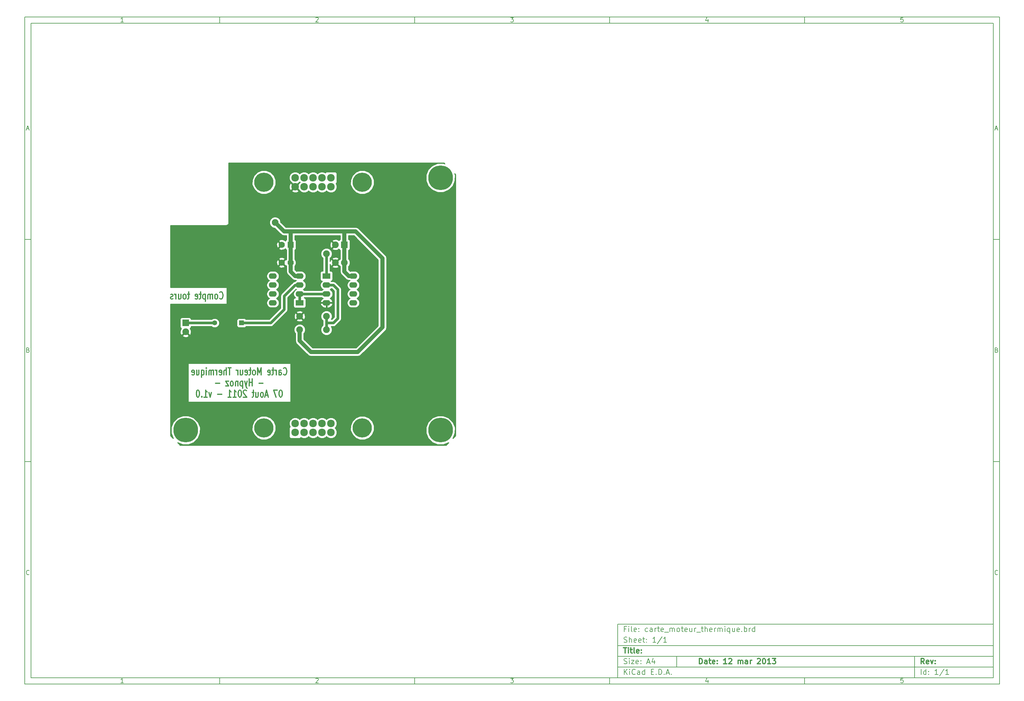
<source format=gbl>
G04 (created by PCBNEW-RS274X (2012-01-19 BZR 3256)-stable) date 12/03/2013 15:57:58*
G01*
G70*
G90*
%MOIN*%
G04 Gerber Fmt 3.4, Leading zero omitted, Abs format*
%FSLAX34Y34*%
G04 APERTURE LIST*
%ADD10C,0.006000*%
%ADD11C,0.012000*%
%ADD12C,0.075000*%
%ADD13R,0.075000X0.075000*%
%ADD14C,0.215000*%
%ADD15C,0.085000*%
%ADD16R,0.055000X0.055000*%
%ADD17C,0.055000*%
%ADD18C,0.275600*%
%ADD19R,0.090000X0.062000*%
%ADD20O,0.090000X0.062000*%
%ADD21R,0.070000X0.070000*%
%ADD22C,0.070000*%
%ADD23C,0.030000*%
%ADD24C,0.045000*%
%ADD25C,0.010000*%
G04 APERTURE END LIST*
G54D10*
X04000Y-04000D02*
X113000Y-04000D01*
X113000Y-78670D01*
X04000Y-78670D01*
X04000Y-04000D01*
X04700Y-04700D02*
X112300Y-04700D01*
X112300Y-77970D01*
X04700Y-77970D01*
X04700Y-04700D01*
X25800Y-04000D02*
X25800Y-04700D01*
X15043Y-04552D02*
X14757Y-04552D01*
X14900Y-04552D02*
X14900Y-04052D01*
X14852Y-04124D01*
X14805Y-04171D01*
X14757Y-04195D01*
X25800Y-78670D02*
X25800Y-77970D01*
X15043Y-78522D02*
X14757Y-78522D01*
X14900Y-78522D02*
X14900Y-78022D01*
X14852Y-78094D01*
X14805Y-78141D01*
X14757Y-78165D01*
X47600Y-04000D02*
X47600Y-04700D01*
X36557Y-04100D02*
X36581Y-04076D01*
X36629Y-04052D01*
X36748Y-04052D01*
X36795Y-04076D01*
X36819Y-04100D01*
X36843Y-04148D01*
X36843Y-04195D01*
X36819Y-04267D01*
X36533Y-04552D01*
X36843Y-04552D01*
X47600Y-78670D02*
X47600Y-77970D01*
X36557Y-78070D02*
X36581Y-78046D01*
X36629Y-78022D01*
X36748Y-78022D01*
X36795Y-78046D01*
X36819Y-78070D01*
X36843Y-78118D01*
X36843Y-78165D01*
X36819Y-78237D01*
X36533Y-78522D01*
X36843Y-78522D01*
X69400Y-04000D02*
X69400Y-04700D01*
X58333Y-04052D02*
X58643Y-04052D01*
X58476Y-04243D01*
X58548Y-04243D01*
X58595Y-04267D01*
X58619Y-04290D01*
X58643Y-04338D01*
X58643Y-04457D01*
X58619Y-04505D01*
X58595Y-04529D01*
X58548Y-04552D01*
X58405Y-04552D01*
X58357Y-04529D01*
X58333Y-04505D01*
X69400Y-78670D02*
X69400Y-77970D01*
X58333Y-78022D02*
X58643Y-78022D01*
X58476Y-78213D01*
X58548Y-78213D01*
X58595Y-78237D01*
X58619Y-78260D01*
X58643Y-78308D01*
X58643Y-78427D01*
X58619Y-78475D01*
X58595Y-78499D01*
X58548Y-78522D01*
X58405Y-78522D01*
X58357Y-78499D01*
X58333Y-78475D01*
X91200Y-04000D02*
X91200Y-04700D01*
X80395Y-04219D02*
X80395Y-04552D01*
X80276Y-04029D02*
X80157Y-04386D01*
X80467Y-04386D01*
X91200Y-78670D02*
X91200Y-77970D01*
X80395Y-78189D02*
X80395Y-78522D01*
X80276Y-77999D02*
X80157Y-78356D01*
X80467Y-78356D01*
X102219Y-04052D02*
X101981Y-04052D01*
X101957Y-04290D01*
X101981Y-04267D01*
X102029Y-04243D01*
X102148Y-04243D01*
X102195Y-04267D01*
X102219Y-04290D01*
X102243Y-04338D01*
X102243Y-04457D01*
X102219Y-04505D01*
X102195Y-04529D01*
X102148Y-04552D01*
X102029Y-04552D01*
X101981Y-04529D01*
X101957Y-04505D01*
X102219Y-78022D02*
X101981Y-78022D01*
X101957Y-78260D01*
X101981Y-78237D01*
X102029Y-78213D01*
X102148Y-78213D01*
X102195Y-78237D01*
X102219Y-78260D01*
X102243Y-78308D01*
X102243Y-78427D01*
X102219Y-78475D01*
X102195Y-78499D01*
X102148Y-78522D01*
X102029Y-78522D01*
X101981Y-78499D01*
X101957Y-78475D01*
X04000Y-28890D02*
X04700Y-28890D01*
X04231Y-16510D02*
X04469Y-16510D01*
X04184Y-16652D02*
X04350Y-16152D01*
X04517Y-16652D01*
X113000Y-28890D02*
X112300Y-28890D01*
X112531Y-16510D02*
X112769Y-16510D01*
X112484Y-16652D02*
X112650Y-16152D01*
X112817Y-16652D01*
X04000Y-53780D02*
X04700Y-53780D01*
X04386Y-41280D02*
X04457Y-41304D01*
X04481Y-41328D01*
X04505Y-41376D01*
X04505Y-41447D01*
X04481Y-41495D01*
X04457Y-41519D01*
X04410Y-41542D01*
X04219Y-41542D01*
X04219Y-41042D01*
X04386Y-41042D01*
X04433Y-41066D01*
X04457Y-41090D01*
X04481Y-41138D01*
X04481Y-41185D01*
X04457Y-41233D01*
X04433Y-41257D01*
X04386Y-41280D01*
X04219Y-41280D01*
X113000Y-53780D02*
X112300Y-53780D01*
X112686Y-41280D02*
X112757Y-41304D01*
X112781Y-41328D01*
X112805Y-41376D01*
X112805Y-41447D01*
X112781Y-41495D01*
X112757Y-41519D01*
X112710Y-41542D01*
X112519Y-41542D01*
X112519Y-41042D01*
X112686Y-41042D01*
X112733Y-41066D01*
X112757Y-41090D01*
X112781Y-41138D01*
X112781Y-41185D01*
X112757Y-41233D01*
X112733Y-41257D01*
X112686Y-41280D01*
X112519Y-41280D01*
X04505Y-66385D02*
X04481Y-66409D01*
X04410Y-66432D01*
X04362Y-66432D01*
X04290Y-66409D01*
X04243Y-66361D01*
X04219Y-66313D01*
X04195Y-66218D01*
X04195Y-66147D01*
X04219Y-66051D01*
X04243Y-66004D01*
X04290Y-65956D01*
X04362Y-65932D01*
X04410Y-65932D01*
X04481Y-65956D01*
X04505Y-65980D01*
X112805Y-66385D02*
X112781Y-66409D01*
X112710Y-66432D01*
X112662Y-66432D01*
X112590Y-66409D01*
X112543Y-66361D01*
X112519Y-66313D01*
X112495Y-66218D01*
X112495Y-66147D01*
X112519Y-66051D01*
X112543Y-66004D01*
X112590Y-65956D01*
X112662Y-65932D01*
X112710Y-65932D01*
X112781Y-65956D01*
X112805Y-65980D01*
G54D11*
X79443Y-76413D02*
X79443Y-75813D01*
X79586Y-75813D01*
X79671Y-75841D01*
X79729Y-75899D01*
X79757Y-75956D01*
X79786Y-76070D01*
X79786Y-76156D01*
X79757Y-76270D01*
X79729Y-76327D01*
X79671Y-76384D01*
X79586Y-76413D01*
X79443Y-76413D01*
X80300Y-76413D02*
X80300Y-76099D01*
X80271Y-76041D01*
X80214Y-76013D01*
X80100Y-76013D01*
X80043Y-76041D01*
X80300Y-76384D02*
X80243Y-76413D01*
X80100Y-76413D01*
X80043Y-76384D01*
X80014Y-76327D01*
X80014Y-76270D01*
X80043Y-76213D01*
X80100Y-76184D01*
X80243Y-76184D01*
X80300Y-76156D01*
X80500Y-76013D02*
X80729Y-76013D01*
X80586Y-75813D02*
X80586Y-76327D01*
X80614Y-76384D01*
X80672Y-76413D01*
X80729Y-76413D01*
X81157Y-76384D02*
X81100Y-76413D01*
X80986Y-76413D01*
X80929Y-76384D01*
X80900Y-76327D01*
X80900Y-76099D01*
X80929Y-76041D01*
X80986Y-76013D01*
X81100Y-76013D01*
X81157Y-76041D01*
X81186Y-76099D01*
X81186Y-76156D01*
X80900Y-76213D01*
X81443Y-76356D02*
X81471Y-76384D01*
X81443Y-76413D01*
X81414Y-76384D01*
X81443Y-76356D01*
X81443Y-76413D01*
X81443Y-76041D02*
X81471Y-76070D01*
X81443Y-76099D01*
X81414Y-76070D01*
X81443Y-76041D01*
X81443Y-76099D01*
X82500Y-76413D02*
X82157Y-76413D01*
X82329Y-76413D02*
X82329Y-75813D01*
X82272Y-75899D01*
X82214Y-75956D01*
X82157Y-75984D01*
X82728Y-75870D02*
X82757Y-75841D01*
X82814Y-75813D01*
X82957Y-75813D01*
X83014Y-75841D01*
X83043Y-75870D01*
X83071Y-75927D01*
X83071Y-75984D01*
X83043Y-76070D01*
X82700Y-76413D01*
X83071Y-76413D01*
X83785Y-76413D02*
X83785Y-76013D01*
X83785Y-76070D02*
X83813Y-76041D01*
X83871Y-76013D01*
X83956Y-76013D01*
X84013Y-76041D01*
X84042Y-76099D01*
X84042Y-76413D01*
X84042Y-76099D02*
X84071Y-76041D01*
X84128Y-76013D01*
X84213Y-76013D01*
X84271Y-76041D01*
X84299Y-76099D01*
X84299Y-76413D01*
X84842Y-76413D02*
X84842Y-76099D01*
X84813Y-76041D01*
X84756Y-76013D01*
X84642Y-76013D01*
X84585Y-76041D01*
X84842Y-76384D02*
X84785Y-76413D01*
X84642Y-76413D01*
X84585Y-76384D01*
X84556Y-76327D01*
X84556Y-76270D01*
X84585Y-76213D01*
X84642Y-76184D01*
X84785Y-76184D01*
X84842Y-76156D01*
X85128Y-76413D02*
X85128Y-76013D01*
X85128Y-76127D02*
X85156Y-76070D01*
X85185Y-76041D01*
X85242Y-76013D01*
X85299Y-76013D01*
X85927Y-75870D02*
X85956Y-75841D01*
X86013Y-75813D01*
X86156Y-75813D01*
X86213Y-75841D01*
X86242Y-75870D01*
X86270Y-75927D01*
X86270Y-75984D01*
X86242Y-76070D01*
X85899Y-76413D01*
X86270Y-76413D01*
X86641Y-75813D02*
X86698Y-75813D01*
X86755Y-75841D01*
X86784Y-75870D01*
X86813Y-75927D01*
X86841Y-76041D01*
X86841Y-76184D01*
X86813Y-76299D01*
X86784Y-76356D01*
X86755Y-76384D01*
X86698Y-76413D01*
X86641Y-76413D01*
X86584Y-76384D01*
X86555Y-76356D01*
X86527Y-76299D01*
X86498Y-76184D01*
X86498Y-76041D01*
X86527Y-75927D01*
X86555Y-75870D01*
X86584Y-75841D01*
X86641Y-75813D01*
X87412Y-76413D02*
X87069Y-76413D01*
X87241Y-76413D02*
X87241Y-75813D01*
X87184Y-75899D01*
X87126Y-75956D01*
X87069Y-75984D01*
X87612Y-75813D02*
X87983Y-75813D01*
X87783Y-76041D01*
X87869Y-76041D01*
X87926Y-76070D01*
X87955Y-76099D01*
X87983Y-76156D01*
X87983Y-76299D01*
X87955Y-76356D01*
X87926Y-76384D01*
X87869Y-76413D01*
X87697Y-76413D01*
X87640Y-76384D01*
X87612Y-76356D01*
G54D10*
X71043Y-77613D02*
X71043Y-77013D01*
X71386Y-77613D02*
X71129Y-77270D01*
X71386Y-77013D02*
X71043Y-77356D01*
X71643Y-77613D02*
X71643Y-77213D01*
X71643Y-77013D02*
X71614Y-77041D01*
X71643Y-77070D01*
X71671Y-77041D01*
X71643Y-77013D01*
X71643Y-77070D01*
X72272Y-77556D02*
X72243Y-77584D01*
X72157Y-77613D01*
X72100Y-77613D01*
X72015Y-77584D01*
X71957Y-77527D01*
X71929Y-77470D01*
X71900Y-77356D01*
X71900Y-77270D01*
X71929Y-77156D01*
X71957Y-77099D01*
X72015Y-77041D01*
X72100Y-77013D01*
X72157Y-77013D01*
X72243Y-77041D01*
X72272Y-77070D01*
X72786Y-77613D02*
X72786Y-77299D01*
X72757Y-77241D01*
X72700Y-77213D01*
X72586Y-77213D01*
X72529Y-77241D01*
X72786Y-77584D02*
X72729Y-77613D01*
X72586Y-77613D01*
X72529Y-77584D01*
X72500Y-77527D01*
X72500Y-77470D01*
X72529Y-77413D01*
X72586Y-77384D01*
X72729Y-77384D01*
X72786Y-77356D01*
X73329Y-77613D02*
X73329Y-77013D01*
X73329Y-77584D02*
X73272Y-77613D01*
X73158Y-77613D01*
X73100Y-77584D01*
X73072Y-77556D01*
X73043Y-77499D01*
X73043Y-77327D01*
X73072Y-77270D01*
X73100Y-77241D01*
X73158Y-77213D01*
X73272Y-77213D01*
X73329Y-77241D01*
X74072Y-77299D02*
X74272Y-77299D01*
X74358Y-77613D02*
X74072Y-77613D01*
X74072Y-77013D01*
X74358Y-77013D01*
X74615Y-77556D02*
X74643Y-77584D01*
X74615Y-77613D01*
X74586Y-77584D01*
X74615Y-77556D01*
X74615Y-77613D01*
X74901Y-77613D02*
X74901Y-77013D01*
X75044Y-77013D01*
X75129Y-77041D01*
X75187Y-77099D01*
X75215Y-77156D01*
X75244Y-77270D01*
X75244Y-77356D01*
X75215Y-77470D01*
X75187Y-77527D01*
X75129Y-77584D01*
X75044Y-77613D01*
X74901Y-77613D01*
X75501Y-77556D02*
X75529Y-77584D01*
X75501Y-77613D01*
X75472Y-77584D01*
X75501Y-77556D01*
X75501Y-77613D01*
X75758Y-77441D02*
X76044Y-77441D01*
X75701Y-77613D02*
X75901Y-77013D01*
X76101Y-77613D01*
X76301Y-77556D02*
X76329Y-77584D01*
X76301Y-77613D01*
X76272Y-77584D01*
X76301Y-77556D01*
X76301Y-77613D01*
G54D11*
X104586Y-76413D02*
X104386Y-76127D01*
X104243Y-76413D02*
X104243Y-75813D01*
X104471Y-75813D01*
X104529Y-75841D01*
X104557Y-75870D01*
X104586Y-75927D01*
X104586Y-76013D01*
X104557Y-76070D01*
X104529Y-76099D01*
X104471Y-76127D01*
X104243Y-76127D01*
X105071Y-76384D02*
X105014Y-76413D01*
X104900Y-76413D01*
X104843Y-76384D01*
X104814Y-76327D01*
X104814Y-76099D01*
X104843Y-76041D01*
X104900Y-76013D01*
X105014Y-76013D01*
X105071Y-76041D01*
X105100Y-76099D01*
X105100Y-76156D01*
X104814Y-76213D01*
X105300Y-76013D02*
X105443Y-76413D01*
X105585Y-76013D01*
X105814Y-76356D02*
X105842Y-76384D01*
X105814Y-76413D01*
X105785Y-76384D01*
X105814Y-76356D01*
X105814Y-76413D01*
X105814Y-76041D02*
X105842Y-76070D01*
X105814Y-76099D01*
X105785Y-76070D01*
X105814Y-76041D01*
X105814Y-76099D01*
G54D10*
X71014Y-76384D02*
X71100Y-76413D01*
X71243Y-76413D01*
X71300Y-76384D01*
X71329Y-76356D01*
X71357Y-76299D01*
X71357Y-76241D01*
X71329Y-76184D01*
X71300Y-76156D01*
X71243Y-76127D01*
X71129Y-76099D01*
X71071Y-76070D01*
X71043Y-76041D01*
X71014Y-75984D01*
X71014Y-75927D01*
X71043Y-75870D01*
X71071Y-75841D01*
X71129Y-75813D01*
X71271Y-75813D01*
X71357Y-75841D01*
X71614Y-76413D02*
X71614Y-76013D01*
X71614Y-75813D02*
X71585Y-75841D01*
X71614Y-75870D01*
X71642Y-75841D01*
X71614Y-75813D01*
X71614Y-75870D01*
X71843Y-76013D02*
X72157Y-76013D01*
X71843Y-76413D01*
X72157Y-76413D01*
X72614Y-76384D02*
X72557Y-76413D01*
X72443Y-76413D01*
X72386Y-76384D01*
X72357Y-76327D01*
X72357Y-76099D01*
X72386Y-76041D01*
X72443Y-76013D01*
X72557Y-76013D01*
X72614Y-76041D01*
X72643Y-76099D01*
X72643Y-76156D01*
X72357Y-76213D01*
X72900Y-76356D02*
X72928Y-76384D01*
X72900Y-76413D01*
X72871Y-76384D01*
X72900Y-76356D01*
X72900Y-76413D01*
X72900Y-76041D02*
X72928Y-76070D01*
X72900Y-76099D01*
X72871Y-76070D01*
X72900Y-76041D01*
X72900Y-76099D01*
X73614Y-76241D02*
X73900Y-76241D01*
X73557Y-76413D02*
X73757Y-75813D01*
X73957Y-76413D01*
X74414Y-76013D02*
X74414Y-76413D01*
X74271Y-75784D02*
X74128Y-76213D01*
X74500Y-76213D01*
X104243Y-77613D02*
X104243Y-77013D01*
X104786Y-77613D02*
X104786Y-77013D01*
X104786Y-77584D02*
X104729Y-77613D01*
X104615Y-77613D01*
X104557Y-77584D01*
X104529Y-77556D01*
X104500Y-77499D01*
X104500Y-77327D01*
X104529Y-77270D01*
X104557Y-77241D01*
X104615Y-77213D01*
X104729Y-77213D01*
X104786Y-77241D01*
X105072Y-77556D02*
X105100Y-77584D01*
X105072Y-77613D01*
X105043Y-77584D01*
X105072Y-77556D01*
X105072Y-77613D01*
X105072Y-77241D02*
X105100Y-77270D01*
X105072Y-77299D01*
X105043Y-77270D01*
X105072Y-77241D01*
X105072Y-77299D01*
X106129Y-77613D02*
X105786Y-77613D01*
X105958Y-77613D02*
X105958Y-77013D01*
X105901Y-77099D01*
X105843Y-77156D01*
X105786Y-77184D01*
X106814Y-76984D02*
X106300Y-77756D01*
X107329Y-77613D02*
X106986Y-77613D01*
X107158Y-77613D02*
X107158Y-77013D01*
X107101Y-77099D01*
X107043Y-77156D01*
X106986Y-77184D01*
G54D11*
X70957Y-74613D02*
X71300Y-74613D01*
X71129Y-75213D02*
X71129Y-74613D01*
X71500Y-75213D02*
X71500Y-74813D01*
X71500Y-74613D02*
X71471Y-74641D01*
X71500Y-74670D01*
X71528Y-74641D01*
X71500Y-74613D01*
X71500Y-74670D01*
X71700Y-74813D02*
X71929Y-74813D01*
X71786Y-74613D02*
X71786Y-75127D01*
X71814Y-75184D01*
X71872Y-75213D01*
X71929Y-75213D01*
X72215Y-75213D02*
X72157Y-75184D01*
X72129Y-75127D01*
X72129Y-74613D01*
X72671Y-75184D02*
X72614Y-75213D01*
X72500Y-75213D01*
X72443Y-75184D01*
X72414Y-75127D01*
X72414Y-74899D01*
X72443Y-74841D01*
X72500Y-74813D01*
X72614Y-74813D01*
X72671Y-74841D01*
X72700Y-74899D01*
X72700Y-74956D01*
X72414Y-75013D01*
X72957Y-75156D02*
X72985Y-75184D01*
X72957Y-75213D01*
X72928Y-75184D01*
X72957Y-75156D01*
X72957Y-75213D01*
X72957Y-74841D02*
X72985Y-74870D01*
X72957Y-74899D01*
X72928Y-74870D01*
X72957Y-74841D01*
X72957Y-74899D01*
G54D10*
X71243Y-72499D02*
X71043Y-72499D01*
X71043Y-72813D02*
X71043Y-72213D01*
X71329Y-72213D01*
X71557Y-72813D02*
X71557Y-72413D01*
X71557Y-72213D02*
X71528Y-72241D01*
X71557Y-72270D01*
X71585Y-72241D01*
X71557Y-72213D01*
X71557Y-72270D01*
X71929Y-72813D02*
X71871Y-72784D01*
X71843Y-72727D01*
X71843Y-72213D01*
X72385Y-72784D02*
X72328Y-72813D01*
X72214Y-72813D01*
X72157Y-72784D01*
X72128Y-72727D01*
X72128Y-72499D01*
X72157Y-72441D01*
X72214Y-72413D01*
X72328Y-72413D01*
X72385Y-72441D01*
X72414Y-72499D01*
X72414Y-72556D01*
X72128Y-72613D01*
X72671Y-72756D02*
X72699Y-72784D01*
X72671Y-72813D01*
X72642Y-72784D01*
X72671Y-72756D01*
X72671Y-72813D01*
X72671Y-72441D02*
X72699Y-72470D01*
X72671Y-72499D01*
X72642Y-72470D01*
X72671Y-72441D01*
X72671Y-72499D01*
X73671Y-72784D02*
X73614Y-72813D01*
X73500Y-72813D01*
X73442Y-72784D01*
X73414Y-72756D01*
X73385Y-72699D01*
X73385Y-72527D01*
X73414Y-72470D01*
X73442Y-72441D01*
X73500Y-72413D01*
X73614Y-72413D01*
X73671Y-72441D01*
X74185Y-72813D02*
X74185Y-72499D01*
X74156Y-72441D01*
X74099Y-72413D01*
X73985Y-72413D01*
X73928Y-72441D01*
X74185Y-72784D02*
X74128Y-72813D01*
X73985Y-72813D01*
X73928Y-72784D01*
X73899Y-72727D01*
X73899Y-72670D01*
X73928Y-72613D01*
X73985Y-72584D01*
X74128Y-72584D01*
X74185Y-72556D01*
X74471Y-72813D02*
X74471Y-72413D01*
X74471Y-72527D02*
X74499Y-72470D01*
X74528Y-72441D01*
X74585Y-72413D01*
X74642Y-72413D01*
X74756Y-72413D02*
X74985Y-72413D01*
X74842Y-72213D02*
X74842Y-72727D01*
X74870Y-72784D01*
X74928Y-72813D01*
X74985Y-72813D01*
X75413Y-72784D02*
X75356Y-72813D01*
X75242Y-72813D01*
X75185Y-72784D01*
X75156Y-72727D01*
X75156Y-72499D01*
X75185Y-72441D01*
X75242Y-72413D01*
X75356Y-72413D01*
X75413Y-72441D01*
X75442Y-72499D01*
X75442Y-72556D01*
X75156Y-72613D01*
X75556Y-72870D02*
X76013Y-72870D01*
X76156Y-72813D02*
X76156Y-72413D01*
X76156Y-72470D02*
X76184Y-72441D01*
X76242Y-72413D01*
X76327Y-72413D01*
X76384Y-72441D01*
X76413Y-72499D01*
X76413Y-72813D01*
X76413Y-72499D02*
X76442Y-72441D01*
X76499Y-72413D01*
X76584Y-72413D01*
X76642Y-72441D01*
X76670Y-72499D01*
X76670Y-72813D01*
X77042Y-72813D02*
X76984Y-72784D01*
X76956Y-72756D01*
X76927Y-72699D01*
X76927Y-72527D01*
X76956Y-72470D01*
X76984Y-72441D01*
X77042Y-72413D01*
X77127Y-72413D01*
X77184Y-72441D01*
X77213Y-72470D01*
X77242Y-72527D01*
X77242Y-72699D01*
X77213Y-72756D01*
X77184Y-72784D01*
X77127Y-72813D01*
X77042Y-72813D01*
X77413Y-72413D02*
X77642Y-72413D01*
X77499Y-72213D02*
X77499Y-72727D01*
X77527Y-72784D01*
X77585Y-72813D01*
X77642Y-72813D01*
X78070Y-72784D02*
X78013Y-72813D01*
X77899Y-72813D01*
X77842Y-72784D01*
X77813Y-72727D01*
X77813Y-72499D01*
X77842Y-72441D01*
X77899Y-72413D01*
X78013Y-72413D01*
X78070Y-72441D01*
X78099Y-72499D01*
X78099Y-72556D01*
X77813Y-72613D01*
X78613Y-72413D02*
X78613Y-72813D01*
X78356Y-72413D02*
X78356Y-72727D01*
X78384Y-72784D01*
X78442Y-72813D01*
X78527Y-72813D01*
X78584Y-72784D01*
X78613Y-72756D01*
X78899Y-72813D02*
X78899Y-72413D01*
X78899Y-72527D02*
X78927Y-72470D01*
X78956Y-72441D01*
X79013Y-72413D01*
X79070Y-72413D01*
X79127Y-72870D02*
X79584Y-72870D01*
X79641Y-72413D02*
X79870Y-72413D01*
X79727Y-72213D02*
X79727Y-72727D01*
X79755Y-72784D01*
X79813Y-72813D01*
X79870Y-72813D01*
X80070Y-72813D02*
X80070Y-72213D01*
X80327Y-72813D02*
X80327Y-72499D01*
X80298Y-72441D01*
X80241Y-72413D01*
X80156Y-72413D01*
X80098Y-72441D01*
X80070Y-72470D01*
X80841Y-72784D02*
X80784Y-72813D01*
X80670Y-72813D01*
X80613Y-72784D01*
X80584Y-72727D01*
X80584Y-72499D01*
X80613Y-72441D01*
X80670Y-72413D01*
X80784Y-72413D01*
X80841Y-72441D01*
X80870Y-72499D01*
X80870Y-72556D01*
X80584Y-72613D01*
X81127Y-72813D02*
X81127Y-72413D01*
X81127Y-72527D02*
X81155Y-72470D01*
X81184Y-72441D01*
X81241Y-72413D01*
X81298Y-72413D01*
X81498Y-72813D02*
X81498Y-72413D01*
X81498Y-72470D02*
X81526Y-72441D01*
X81584Y-72413D01*
X81669Y-72413D01*
X81726Y-72441D01*
X81755Y-72499D01*
X81755Y-72813D01*
X81755Y-72499D02*
X81784Y-72441D01*
X81841Y-72413D01*
X81926Y-72413D01*
X81984Y-72441D01*
X82012Y-72499D01*
X82012Y-72813D01*
X82298Y-72813D02*
X82298Y-72413D01*
X82298Y-72213D02*
X82269Y-72241D01*
X82298Y-72270D01*
X82326Y-72241D01*
X82298Y-72213D01*
X82298Y-72270D01*
X82841Y-72413D02*
X82841Y-73013D01*
X82841Y-72784D02*
X82784Y-72813D01*
X82670Y-72813D01*
X82612Y-72784D01*
X82584Y-72756D01*
X82555Y-72699D01*
X82555Y-72527D01*
X82584Y-72470D01*
X82612Y-72441D01*
X82670Y-72413D01*
X82784Y-72413D01*
X82841Y-72441D01*
X83384Y-72413D02*
X83384Y-72813D01*
X83127Y-72413D02*
X83127Y-72727D01*
X83155Y-72784D01*
X83213Y-72813D01*
X83298Y-72813D01*
X83355Y-72784D01*
X83384Y-72756D01*
X83898Y-72784D02*
X83841Y-72813D01*
X83727Y-72813D01*
X83670Y-72784D01*
X83641Y-72727D01*
X83641Y-72499D01*
X83670Y-72441D01*
X83727Y-72413D01*
X83841Y-72413D01*
X83898Y-72441D01*
X83927Y-72499D01*
X83927Y-72556D01*
X83641Y-72613D01*
X84184Y-72756D02*
X84212Y-72784D01*
X84184Y-72813D01*
X84155Y-72784D01*
X84184Y-72756D01*
X84184Y-72813D01*
X84470Y-72813D02*
X84470Y-72213D01*
X84470Y-72441D02*
X84527Y-72413D01*
X84641Y-72413D01*
X84698Y-72441D01*
X84727Y-72470D01*
X84756Y-72527D01*
X84756Y-72699D01*
X84727Y-72756D01*
X84698Y-72784D01*
X84641Y-72813D01*
X84527Y-72813D01*
X84470Y-72784D01*
X85013Y-72813D02*
X85013Y-72413D01*
X85013Y-72527D02*
X85041Y-72470D01*
X85070Y-72441D01*
X85127Y-72413D01*
X85184Y-72413D01*
X85641Y-72813D02*
X85641Y-72213D01*
X85641Y-72784D02*
X85584Y-72813D01*
X85470Y-72813D01*
X85412Y-72784D01*
X85384Y-72756D01*
X85355Y-72699D01*
X85355Y-72527D01*
X85384Y-72470D01*
X85412Y-72441D01*
X85470Y-72413D01*
X85584Y-72413D01*
X85641Y-72441D01*
X71014Y-73984D02*
X71100Y-74013D01*
X71243Y-74013D01*
X71300Y-73984D01*
X71329Y-73956D01*
X71357Y-73899D01*
X71357Y-73841D01*
X71329Y-73784D01*
X71300Y-73756D01*
X71243Y-73727D01*
X71129Y-73699D01*
X71071Y-73670D01*
X71043Y-73641D01*
X71014Y-73584D01*
X71014Y-73527D01*
X71043Y-73470D01*
X71071Y-73441D01*
X71129Y-73413D01*
X71271Y-73413D01*
X71357Y-73441D01*
X71614Y-74013D02*
X71614Y-73413D01*
X71871Y-74013D02*
X71871Y-73699D01*
X71842Y-73641D01*
X71785Y-73613D01*
X71700Y-73613D01*
X71642Y-73641D01*
X71614Y-73670D01*
X72385Y-73984D02*
X72328Y-74013D01*
X72214Y-74013D01*
X72157Y-73984D01*
X72128Y-73927D01*
X72128Y-73699D01*
X72157Y-73641D01*
X72214Y-73613D01*
X72328Y-73613D01*
X72385Y-73641D01*
X72414Y-73699D01*
X72414Y-73756D01*
X72128Y-73813D01*
X72899Y-73984D02*
X72842Y-74013D01*
X72728Y-74013D01*
X72671Y-73984D01*
X72642Y-73927D01*
X72642Y-73699D01*
X72671Y-73641D01*
X72728Y-73613D01*
X72842Y-73613D01*
X72899Y-73641D01*
X72928Y-73699D01*
X72928Y-73756D01*
X72642Y-73813D01*
X73099Y-73613D02*
X73328Y-73613D01*
X73185Y-73413D02*
X73185Y-73927D01*
X73213Y-73984D01*
X73271Y-74013D01*
X73328Y-74013D01*
X73528Y-73956D02*
X73556Y-73984D01*
X73528Y-74013D01*
X73499Y-73984D01*
X73528Y-73956D01*
X73528Y-74013D01*
X73528Y-73641D02*
X73556Y-73670D01*
X73528Y-73699D01*
X73499Y-73670D01*
X73528Y-73641D01*
X73528Y-73699D01*
X74585Y-74013D02*
X74242Y-74013D01*
X74414Y-74013D02*
X74414Y-73413D01*
X74357Y-73499D01*
X74299Y-73556D01*
X74242Y-73584D01*
X75270Y-73384D02*
X74756Y-74156D01*
X75785Y-74013D02*
X75442Y-74013D01*
X75614Y-74013D02*
X75614Y-73413D01*
X75557Y-73499D01*
X75499Y-73556D01*
X75442Y-73584D01*
X70300Y-71970D02*
X70300Y-77970D01*
X70300Y-71970D02*
X112300Y-71970D01*
X70300Y-71970D02*
X112300Y-71970D01*
X70300Y-74370D02*
X112300Y-74370D01*
X103500Y-75570D02*
X103500Y-77970D01*
X70300Y-76770D02*
X112300Y-76770D01*
X70300Y-75570D02*
X112300Y-75570D01*
X76900Y-75570D02*
X76900Y-76770D01*
G54D11*
X25807Y-35498D02*
X25836Y-35536D01*
X25922Y-35574D01*
X25979Y-35574D01*
X26064Y-35536D01*
X26122Y-35460D01*
X26150Y-35383D01*
X26179Y-35231D01*
X26179Y-35117D01*
X26150Y-34964D01*
X26122Y-34888D01*
X26064Y-34812D01*
X25979Y-34774D01*
X25922Y-34774D01*
X25836Y-34812D01*
X25807Y-34850D01*
X25464Y-35574D02*
X25522Y-35536D01*
X25550Y-35498D01*
X25579Y-35421D01*
X25579Y-35193D01*
X25550Y-35117D01*
X25522Y-35079D01*
X25464Y-35040D01*
X25379Y-35040D01*
X25322Y-35079D01*
X25293Y-35117D01*
X25264Y-35193D01*
X25264Y-35421D01*
X25293Y-35498D01*
X25322Y-35536D01*
X25379Y-35574D01*
X25464Y-35574D01*
X25007Y-35574D02*
X25007Y-35040D01*
X25007Y-35117D02*
X24979Y-35079D01*
X24921Y-35040D01*
X24836Y-35040D01*
X24779Y-35079D01*
X24750Y-35155D01*
X24750Y-35574D01*
X24750Y-35155D02*
X24721Y-35079D01*
X24664Y-35040D01*
X24579Y-35040D01*
X24521Y-35079D01*
X24493Y-35155D01*
X24493Y-35574D01*
X24207Y-35040D02*
X24207Y-35840D01*
X24207Y-35079D02*
X24150Y-35040D01*
X24036Y-35040D01*
X23979Y-35079D01*
X23950Y-35117D01*
X23921Y-35193D01*
X23921Y-35421D01*
X23950Y-35498D01*
X23979Y-35536D01*
X24036Y-35574D01*
X24150Y-35574D01*
X24207Y-35536D01*
X23750Y-35040D02*
X23521Y-35040D01*
X23664Y-34774D02*
X23664Y-35460D01*
X23636Y-35536D01*
X23578Y-35574D01*
X23521Y-35574D01*
X23093Y-35536D02*
X23150Y-35574D01*
X23264Y-35574D01*
X23321Y-35536D01*
X23350Y-35460D01*
X23350Y-35155D01*
X23321Y-35079D01*
X23264Y-35040D01*
X23150Y-35040D01*
X23093Y-35079D01*
X23064Y-35155D01*
X23064Y-35231D01*
X23350Y-35307D01*
X22436Y-35040D02*
X22207Y-35040D01*
X22350Y-34774D02*
X22350Y-35460D01*
X22322Y-35536D01*
X22264Y-35574D01*
X22207Y-35574D01*
X21921Y-35574D02*
X21979Y-35536D01*
X22007Y-35498D01*
X22036Y-35421D01*
X22036Y-35193D01*
X22007Y-35117D01*
X21979Y-35079D01*
X21921Y-35040D01*
X21836Y-35040D01*
X21779Y-35079D01*
X21750Y-35117D01*
X21721Y-35193D01*
X21721Y-35421D01*
X21750Y-35498D01*
X21779Y-35536D01*
X21836Y-35574D01*
X21921Y-35574D01*
X21207Y-35040D02*
X21207Y-35574D01*
X21464Y-35040D02*
X21464Y-35460D01*
X21436Y-35536D01*
X21378Y-35574D01*
X21293Y-35574D01*
X21236Y-35536D01*
X21207Y-35498D01*
X20921Y-35574D02*
X20921Y-35040D01*
X20921Y-35193D02*
X20893Y-35117D01*
X20864Y-35079D01*
X20807Y-35040D01*
X20750Y-35040D01*
X20579Y-35536D02*
X20522Y-35574D01*
X20407Y-35574D01*
X20350Y-35536D01*
X20322Y-35460D01*
X20322Y-35421D01*
X20350Y-35345D01*
X20407Y-35307D01*
X20493Y-35307D01*
X20550Y-35269D01*
X20579Y-35193D01*
X20579Y-35155D01*
X20550Y-35079D01*
X20493Y-35040D01*
X20407Y-35040D01*
X20350Y-35079D01*
X32942Y-43998D02*
X32971Y-44036D01*
X33057Y-44074D01*
X33114Y-44074D01*
X33199Y-44036D01*
X33257Y-43960D01*
X33285Y-43883D01*
X33314Y-43731D01*
X33314Y-43617D01*
X33285Y-43464D01*
X33257Y-43388D01*
X33199Y-43312D01*
X33114Y-43274D01*
X33057Y-43274D01*
X32971Y-43312D01*
X32942Y-43350D01*
X32428Y-44074D02*
X32428Y-43655D01*
X32457Y-43579D01*
X32514Y-43540D01*
X32628Y-43540D01*
X32685Y-43579D01*
X32428Y-44036D02*
X32485Y-44074D01*
X32628Y-44074D01*
X32685Y-44036D01*
X32714Y-43960D01*
X32714Y-43883D01*
X32685Y-43807D01*
X32628Y-43769D01*
X32485Y-43769D01*
X32428Y-43731D01*
X32142Y-44074D02*
X32142Y-43540D01*
X32142Y-43693D02*
X32114Y-43617D01*
X32085Y-43579D01*
X32028Y-43540D01*
X31971Y-43540D01*
X31857Y-43540D02*
X31628Y-43540D01*
X31771Y-43274D02*
X31771Y-43960D01*
X31743Y-44036D01*
X31685Y-44074D01*
X31628Y-44074D01*
X31200Y-44036D02*
X31257Y-44074D01*
X31371Y-44074D01*
X31428Y-44036D01*
X31457Y-43960D01*
X31457Y-43655D01*
X31428Y-43579D01*
X31371Y-43540D01*
X31257Y-43540D01*
X31200Y-43579D01*
X31171Y-43655D01*
X31171Y-43731D01*
X31457Y-43807D01*
X30457Y-44074D02*
X30457Y-43274D01*
X30257Y-43845D01*
X30057Y-43274D01*
X30057Y-44074D01*
X29685Y-44074D02*
X29743Y-44036D01*
X29771Y-43998D01*
X29800Y-43921D01*
X29800Y-43693D01*
X29771Y-43617D01*
X29743Y-43579D01*
X29685Y-43540D01*
X29600Y-43540D01*
X29543Y-43579D01*
X29514Y-43617D01*
X29485Y-43693D01*
X29485Y-43921D01*
X29514Y-43998D01*
X29543Y-44036D01*
X29600Y-44074D01*
X29685Y-44074D01*
X29314Y-43540D02*
X29085Y-43540D01*
X29228Y-43274D02*
X29228Y-43960D01*
X29200Y-44036D01*
X29142Y-44074D01*
X29085Y-44074D01*
X28657Y-44036D02*
X28714Y-44074D01*
X28828Y-44074D01*
X28885Y-44036D01*
X28914Y-43960D01*
X28914Y-43655D01*
X28885Y-43579D01*
X28828Y-43540D01*
X28714Y-43540D01*
X28657Y-43579D01*
X28628Y-43655D01*
X28628Y-43731D01*
X28914Y-43807D01*
X28114Y-43540D02*
X28114Y-44074D01*
X28371Y-43540D02*
X28371Y-43960D01*
X28343Y-44036D01*
X28285Y-44074D01*
X28200Y-44074D01*
X28143Y-44036D01*
X28114Y-43998D01*
X27828Y-44074D02*
X27828Y-43540D01*
X27828Y-43693D02*
X27800Y-43617D01*
X27771Y-43579D01*
X27714Y-43540D01*
X27657Y-43540D01*
X27086Y-43274D02*
X26743Y-43274D01*
X26914Y-44074D02*
X26914Y-43274D01*
X26543Y-44074D02*
X26543Y-43274D01*
X26286Y-44074D02*
X26286Y-43655D01*
X26315Y-43579D01*
X26372Y-43540D01*
X26457Y-43540D01*
X26515Y-43579D01*
X26543Y-43617D01*
X25772Y-44036D02*
X25829Y-44074D01*
X25943Y-44074D01*
X26000Y-44036D01*
X26029Y-43960D01*
X26029Y-43655D01*
X26000Y-43579D01*
X25943Y-43540D01*
X25829Y-43540D01*
X25772Y-43579D01*
X25743Y-43655D01*
X25743Y-43731D01*
X26029Y-43807D01*
X25486Y-44074D02*
X25486Y-43540D01*
X25486Y-43693D02*
X25458Y-43617D01*
X25429Y-43579D01*
X25372Y-43540D01*
X25315Y-43540D01*
X25115Y-44074D02*
X25115Y-43540D01*
X25115Y-43617D02*
X25087Y-43579D01*
X25029Y-43540D01*
X24944Y-43540D01*
X24887Y-43579D01*
X24858Y-43655D01*
X24858Y-44074D01*
X24858Y-43655D02*
X24829Y-43579D01*
X24772Y-43540D01*
X24687Y-43540D01*
X24629Y-43579D01*
X24601Y-43655D01*
X24601Y-44074D01*
X24315Y-44074D02*
X24315Y-43540D01*
X24315Y-43274D02*
X24344Y-43312D01*
X24315Y-43350D01*
X24287Y-43312D01*
X24315Y-43274D01*
X24315Y-43350D01*
X23772Y-43540D02*
X23772Y-44340D01*
X23772Y-44036D02*
X23829Y-44074D01*
X23943Y-44074D01*
X24001Y-44036D01*
X24029Y-43998D01*
X24058Y-43921D01*
X24058Y-43693D01*
X24029Y-43617D01*
X24001Y-43579D01*
X23943Y-43540D01*
X23829Y-43540D01*
X23772Y-43579D01*
X23229Y-43540D02*
X23229Y-44074D01*
X23486Y-43540D02*
X23486Y-43960D01*
X23458Y-44036D01*
X23400Y-44074D01*
X23315Y-44074D01*
X23258Y-44036D01*
X23229Y-43998D01*
X22715Y-44036D02*
X22772Y-44074D01*
X22886Y-44074D01*
X22943Y-44036D01*
X22972Y-43960D01*
X22972Y-43655D01*
X22943Y-43579D01*
X22886Y-43540D01*
X22772Y-43540D01*
X22715Y-43579D01*
X22686Y-43655D01*
X22686Y-43731D01*
X22972Y-43807D01*
X30657Y-45009D02*
X30200Y-45009D01*
X29457Y-45314D02*
X29457Y-44514D01*
X29457Y-44895D02*
X29114Y-44895D01*
X29114Y-45314D02*
X29114Y-44514D01*
X28885Y-44780D02*
X28742Y-45314D01*
X28600Y-44780D02*
X28742Y-45314D01*
X28800Y-45504D01*
X28828Y-45542D01*
X28885Y-45580D01*
X28371Y-44780D02*
X28371Y-45580D01*
X28371Y-44819D02*
X28314Y-44780D01*
X28200Y-44780D01*
X28143Y-44819D01*
X28114Y-44857D01*
X28085Y-44933D01*
X28085Y-45161D01*
X28114Y-45238D01*
X28143Y-45276D01*
X28200Y-45314D01*
X28314Y-45314D01*
X28371Y-45276D01*
X27828Y-44780D02*
X27828Y-45314D01*
X27828Y-44857D02*
X27800Y-44819D01*
X27742Y-44780D01*
X27657Y-44780D01*
X27600Y-44819D01*
X27571Y-44895D01*
X27571Y-45314D01*
X27199Y-45314D02*
X27257Y-45276D01*
X27285Y-45238D01*
X27314Y-45161D01*
X27314Y-44933D01*
X27285Y-44857D01*
X27257Y-44819D01*
X27199Y-44780D01*
X27114Y-44780D01*
X27057Y-44819D01*
X27028Y-44857D01*
X26999Y-44933D01*
X26999Y-45161D01*
X27028Y-45238D01*
X27057Y-45276D01*
X27114Y-45314D01*
X27199Y-45314D01*
X26799Y-44780D02*
X26485Y-44780D01*
X26799Y-45314D01*
X26485Y-45314D01*
X25799Y-45009D02*
X25342Y-45009D01*
X32655Y-45754D02*
X32598Y-45754D01*
X32541Y-45792D01*
X32512Y-45830D01*
X32483Y-45906D01*
X32455Y-46059D01*
X32455Y-46249D01*
X32483Y-46401D01*
X32512Y-46478D01*
X32541Y-46516D01*
X32598Y-46554D01*
X32655Y-46554D01*
X32712Y-46516D01*
X32741Y-46478D01*
X32769Y-46401D01*
X32798Y-46249D01*
X32798Y-46059D01*
X32769Y-45906D01*
X32741Y-45830D01*
X32712Y-45792D01*
X32655Y-45754D01*
X32255Y-45754D02*
X31855Y-45754D01*
X32112Y-46554D01*
X31199Y-46325D02*
X30913Y-46325D01*
X31256Y-46554D02*
X31056Y-45754D01*
X30856Y-46554D01*
X30570Y-46554D02*
X30628Y-46516D01*
X30656Y-46478D01*
X30685Y-46401D01*
X30685Y-46173D01*
X30656Y-46097D01*
X30628Y-46059D01*
X30570Y-46020D01*
X30485Y-46020D01*
X30428Y-46059D01*
X30399Y-46097D01*
X30370Y-46173D01*
X30370Y-46401D01*
X30399Y-46478D01*
X30428Y-46516D01*
X30485Y-46554D01*
X30570Y-46554D01*
X29856Y-46020D02*
X29856Y-46554D01*
X30113Y-46020D02*
X30113Y-46440D01*
X30085Y-46516D01*
X30027Y-46554D01*
X29942Y-46554D01*
X29885Y-46516D01*
X29856Y-46478D01*
X29656Y-46020D02*
X29427Y-46020D01*
X29570Y-45754D02*
X29570Y-46440D01*
X29542Y-46516D01*
X29484Y-46554D01*
X29427Y-46554D01*
X28799Y-45830D02*
X28770Y-45792D01*
X28713Y-45754D01*
X28570Y-45754D01*
X28513Y-45792D01*
X28484Y-45830D01*
X28456Y-45906D01*
X28456Y-45982D01*
X28484Y-46097D01*
X28827Y-46554D01*
X28456Y-46554D01*
X28085Y-45754D02*
X28028Y-45754D01*
X27971Y-45792D01*
X27942Y-45830D01*
X27913Y-45906D01*
X27885Y-46059D01*
X27885Y-46249D01*
X27913Y-46401D01*
X27942Y-46478D01*
X27971Y-46516D01*
X28028Y-46554D01*
X28085Y-46554D01*
X28142Y-46516D01*
X28171Y-46478D01*
X28199Y-46401D01*
X28228Y-46249D01*
X28228Y-46059D01*
X28199Y-45906D01*
X28171Y-45830D01*
X28142Y-45792D01*
X28085Y-45754D01*
X27314Y-46554D02*
X27657Y-46554D01*
X27485Y-46554D02*
X27485Y-45754D01*
X27542Y-45868D01*
X27600Y-45944D01*
X27657Y-45982D01*
X26743Y-46554D02*
X27086Y-46554D01*
X26914Y-46554D02*
X26914Y-45754D01*
X26971Y-45868D01*
X27029Y-45944D01*
X27086Y-45982D01*
X26029Y-46249D02*
X25572Y-46249D01*
X24886Y-46020D02*
X24743Y-46554D01*
X24601Y-46020D01*
X24058Y-46554D02*
X24401Y-46554D01*
X24229Y-46554D02*
X24229Y-45754D01*
X24286Y-45868D01*
X24344Y-45944D01*
X24401Y-45982D01*
X23801Y-46478D02*
X23773Y-46516D01*
X23801Y-46554D01*
X23830Y-46516D01*
X23801Y-46478D01*
X23801Y-46554D01*
X23401Y-45754D02*
X23344Y-45754D01*
X23287Y-45792D01*
X23258Y-45830D01*
X23229Y-45906D01*
X23201Y-46059D01*
X23201Y-46249D01*
X23229Y-46401D01*
X23258Y-46478D01*
X23287Y-46516D01*
X23344Y-46554D01*
X23401Y-46554D01*
X23458Y-46516D01*
X23487Y-46478D01*
X23515Y-46401D01*
X23544Y-46249D01*
X23544Y-46059D01*
X23515Y-45906D01*
X23487Y-45830D01*
X23458Y-45792D01*
X23401Y-45754D01*
G54D12*
X37750Y-39000D03*
X34750Y-39000D03*
X34750Y-37500D03*
X37750Y-37500D03*
G54D13*
X22000Y-38250D03*
G54D12*
X22000Y-39250D03*
G54D14*
X41750Y-22500D03*
X30750Y-22500D03*
G54D15*
X38250Y-22000D03*
X38250Y-23000D03*
X37250Y-22000D03*
X37250Y-23000D03*
X36250Y-22000D03*
X36250Y-23000D03*
X35250Y-22000D03*
X35250Y-23000D03*
X34250Y-22000D03*
X34250Y-23000D03*
G54D14*
X30750Y-50000D03*
X41750Y-50000D03*
G54D15*
X34250Y-50500D03*
X34250Y-49500D03*
X35250Y-50500D03*
X35250Y-49500D03*
X36250Y-50500D03*
X36250Y-49500D03*
X37250Y-50500D03*
X37250Y-49500D03*
X38250Y-50500D03*
X38250Y-49500D03*
G54D16*
X28250Y-38250D03*
G54D17*
X25250Y-38250D03*
G54D13*
X39750Y-29500D03*
G54D12*
X38750Y-29500D03*
X38750Y-31500D03*
X39750Y-31500D03*
G54D18*
X22000Y-50250D03*
X50500Y-50250D03*
X50500Y-22000D03*
G54D19*
X37750Y-33000D03*
G54D20*
X37750Y-34000D03*
X37750Y-35000D03*
X37750Y-36000D03*
X40750Y-36000D03*
X40750Y-35000D03*
X40750Y-34000D03*
X40750Y-33000D03*
G54D19*
X34750Y-36000D03*
G54D20*
X34750Y-35000D03*
X34750Y-34000D03*
X34750Y-33000D03*
X31750Y-33000D03*
X31750Y-34000D03*
X31750Y-35000D03*
X31750Y-36000D03*
G54D21*
X33750Y-29500D03*
G54D22*
X32750Y-29500D03*
X32750Y-31500D03*
X33750Y-31500D03*
G54D12*
X37750Y-30500D03*
X34250Y-26250D03*
X32000Y-27000D03*
G54D23*
X37750Y-38250D02*
X37750Y-37500D01*
X38500Y-38250D02*
X39000Y-37750D01*
X37750Y-38250D02*
X38500Y-38250D01*
X38500Y-34000D02*
X37750Y-34000D01*
X39000Y-34500D02*
X38500Y-34000D01*
X39000Y-37750D02*
X39000Y-34500D01*
X37750Y-39000D02*
X37750Y-38250D01*
X37750Y-30500D02*
X37750Y-33000D01*
X25250Y-38250D02*
X22000Y-38250D01*
X34750Y-34000D02*
X34250Y-34000D01*
X31500Y-38250D02*
X28250Y-38250D01*
X33000Y-36750D02*
X31500Y-38250D01*
X33000Y-35250D02*
X33000Y-36750D01*
X34250Y-34000D02*
X33000Y-35250D01*
X34750Y-36000D02*
X34750Y-35000D01*
X34750Y-35000D02*
X37750Y-35000D01*
G54D24*
X41250Y-41500D02*
X44000Y-38750D01*
X39750Y-28000D02*
X39000Y-28000D01*
X34750Y-40250D02*
X36000Y-41500D01*
X34750Y-39000D02*
X34750Y-40250D01*
X33750Y-29500D02*
X33750Y-28000D01*
X39000Y-28000D02*
X33750Y-28000D01*
X39750Y-29500D02*
X39750Y-28000D01*
X36000Y-41500D02*
X41250Y-41500D01*
X33750Y-28000D02*
X33000Y-28000D01*
X33000Y-28000D02*
X32000Y-27000D01*
X44000Y-31000D02*
X41000Y-28000D01*
X44000Y-38750D02*
X44000Y-31000D01*
X41000Y-28000D02*
X39750Y-28000D01*
X39750Y-31500D02*
X39750Y-32500D01*
X33750Y-29500D02*
X33750Y-31500D01*
X34250Y-33000D02*
X34750Y-33000D01*
X33750Y-32500D02*
X34250Y-33000D01*
X39750Y-32500D02*
X40250Y-33000D01*
X40250Y-33000D02*
X40750Y-33000D01*
X33750Y-31500D02*
X33750Y-32500D01*
X39750Y-29500D02*
X39750Y-31500D01*
G54D10*
G36*
X52175Y-50865D02*
X51885Y-51155D01*
X52126Y-50575D01*
X52127Y-49928D01*
X51880Y-49330D01*
X51423Y-48872D01*
X50825Y-48624D01*
X50178Y-48623D01*
X49580Y-48870D01*
X49122Y-49327D01*
X48874Y-49925D01*
X48873Y-50572D01*
X49120Y-51170D01*
X49577Y-51628D01*
X50175Y-51876D01*
X50822Y-51877D01*
X51403Y-51636D01*
X51115Y-51925D01*
X44475Y-51925D01*
X44475Y-38750D01*
X44475Y-31000D01*
X44439Y-30818D01*
X44336Y-30664D01*
X44332Y-30661D01*
X43074Y-29402D01*
X43074Y-22238D01*
X42873Y-21751D01*
X42501Y-21379D01*
X42015Y-21177D01*
X41488Y-21176D01*
X41001Y-21377D01*
X40629Y-21749D01*
X40427Y-22235D01*
X40426Y-22762D01*
X40627Y-23249D01*
X40999Y-23621D01*
X41485Y-23823D01*
X42012Y-23824D01*
X42499Y-23623D01*
X42871Y-23251D01*
X43073Y-22765D01*
X43074Y-22238D01*
X43074Y-29402D01*
X41336Y-27664D01*
X41182Y-27561D01*
X41000Y-27525D01*
X39750Y-27525D01*
X39000Y-27525D01*
X38925Y-27525D01*
X38925Y-23135D01*
X38925Y-22866D01*
X38825Y-22626D01*
X38886Y-22566D01*
X38924Y-22475D01*
X38924Y-22376D01*
X38924Y-21526D01*
X38886Y-21434D01*
X38816Y-21364D01*
X38725Y-21326D01*
X38626Y-21326D01*
X37776Y-21326D01*
X37684Y-21364D01*
X37623Y-21424D01*
X37385Y-21325D01*
X37116Y-21325D01*
X36868Y-21428D01*
X36749Y-21545D01*
X36633Y-21428D01*
X36385Y-21325D01*
X36116Y-21325D01*
X35868Y-21428D01*
X35749Y-21545D01*
X35633Y-21428D01*
X35385Y-21325D01*
X35116Y-21325D01*
X34868Y-21428D01*
X34749Y-21545D01*
X34633Y-21428D01*
X34385Y-21325D01*
X34116Y-21325D01*
X33868Y-21428D01*
X33678Y-21617D01*
X33575Y-21865D01*
X33575Y-22134D01*
X33678Y-22382D01*
X33867Y-22572D01*
X33911Y-22590D01*
X34250Y-22929D01*
X34589Y-22589D01*
X34632Y-22572D01*
X34750Y-22454D01*
X34795Y-22500D01*
X34678Y-22617D01*
X34659Y-22661D01*
X34321Y-23000D01*
X34660Y-23339D01*
X34678Y-23382D01*
X34867Y-23572D01*
X35115Y-23675D01*
X35384Y-23675D01*
X35632Y-23572D01*
X35750Y-23454D01*
X35867Y-23572D01*
X36115Y-23675D01*
X36384Y-23675D01*
X36632Y-23572D01*
X36750Y-23454D01*
X36867Y-23572D01*
X37115Y-23675D01*
X37384Y-23675D01*
X37632Y-23572D01*
X37750Y-23454D01*
X37867Y-23572D01*
X38115Y-23675D01*
X38384Y-23675D01*
X38632Y-23572D01*
X38822Y-23383D01*
X38925Y-23135D01*
X38925Y-27525D01*
X34646Y-27525D01*
X34646Y-23467D01*
X34250Y-23071D01*
X34179Y-23142D01*
X34179Y-23000D01*
X33783Y-22604D01*
X33676Y-22645D01*
X33583Y-22892D01*
X33592Y-23156D01*
X33676Y-23355D01*
X33783Y-23396D01*
X34179Y-23000D01*
X34179Y-23142D01*
X33854Y-23467D01*
X33895Y-23574D01*
X34142Y-23667D01*
X34406Y-23658D01*
X34605Y-23574D01*
X34646Y-23467D01*
X34646Y-27525D01*
X33750Y-27525D01*
X33197Y-27525D01*
X32625Y-26953D01*
X32625Y-26876D01*
X32530Y-26646D01*
X32354Y-26470D01*
X32125Y-26375D01*
X32074Y-26375D01*
X32074Y-22238D01*
X31873Y-21751D01*
X31501Y-21379D01*
X31015Y-21177D01*
X30488Y-21176D01*
X30001Y-21377D01*
X29629Y-21749D01*
X29427Y-22235D01*
X29426Y-22762D01*
X29627Y-23249D01*
X29999Y-23621D01*
X30485Y-23823D01*
X31012Y-23824D01*
X31499Y-23623D01*
X31871Y-23251D01*
X32073Y-22765D01*
X32074Y-22238D01*
X32074Y-26375D01*
X31876Y-26375D01*
X31646Y-26470D01*
X31470Y-26646D01*
X31375Y-26875D01*
X31375Y-27124D01*
X31470Y-27354D01*
X31646Y-27530D01*
X31875Y-27625D01*
X31953Y-27625D01*
X32664Y-28336D01*
X32818Y-28439D01*
X33000Y-28475D01*
X33275Y-28475D01*
X33275Y-28932D01*
X33259Y-28939D01*
X33189Y-29009D01*
X33169Y-29056D01*
X33111Y-28998D01*
X33075Y-29033D01*
X33060Y-28987D01*
X32841Y-28907D01*
X32606Y-28918D01*
X32440Y-28987D01*
X32407Y-29086D01*
X32715Y-29394D01*
X32750Y-29429D01*
X32821Y-29500D01*
X32750Y-29571D01*
X32715Y-29606D01*
X32679Y-29642D01*
X32679Y-29500D01*
X32336Y-29157D01*
X32237Y-29190D01*
X32157Y-29409D01*
X32168Y-29644D01*
X32237Y-29810D01*
X32336Y-29843D01*
X32679Y-29500D01*
X32679Y-29642D01*
X32407Y-29914D01*
X32440Y-30013D01*
X32659Y-30093D01*
X32894Y-30082D01*
X33060Y-30013D01*
X33075Y-29966D01*
X33093Y-29984D01*
X33111Y-30002D01*
X33169Y-29943D01*
X33189Y-29991D01*
X33259Y-30061D01*
X33275Y-30067D01*
X33275Y-31128D01*
X33242Y-31161D01*
X33234Y-31180D01*
X33164Y-31157D01*
X33093Y-31228D01*
X33093Y-31086D01*
X33060Y-30987D01*
X32841Y-30907D01*
X32606Y-30918D01*
X32440Y-30987D01*
X32407Y-31086D01*
X32750Y-31429D01*
X33093Y-31086D01*
X33093Y-31228D01*
X32821Y-31500D01*
X33164Y-31843D01*
X33234Y-31819D01*
X33242Y-31839D01*
X33275Y-31872D01*
X33275Y-32500D01*
X33311Y-32682D01*
X33414Y-32836D01*
X33914Y-33336D01*
X34068Y-33439D01*
X34250Y-33475D01*
X34310Y-33475D01*
X34370Y-33500D01*
X34286Y-33535D01*
X34213Y-33607D01*
X34097Y-33630D01*
X33967Y-33717D01*
X33964Y-33720D01*
X33093Y-34591D01*
X33093Y-31914D01*
X32750Y-31571D01*
X32679Y-31642D01*
X32679Y-31500D01*
X32336Y-31157D01*
X32237Y-31190D01*
X32157Y-31409D01*
X32168Y-31644D01*
X32237Y-31810D01*
X32336Y-31843D01*
X32679Y-31500D01*
X32679Y-31642D01*
X32407Y-31914D01*
X32440Y-32013D01*
X32659Y-32093D01*
X32894Y-32082D01*
X33060Y-32013D01*
X33093Y-31914D01*
X33093Y-34591D01*
X32717Y-34967D01*
X32630Y-35097D01*
X32600Y-35250D01*
X32600Y-36584D01*
X32452Y-36732D01*
X32452Y-36109D01*
X32452Y-35891D01*
X32368Y-35689D01*
X32214Y-35535D01*
X32129Y-35500D01*
X32214Y-35465D01*
X32368Y-35311D01*
X32452Y-35109D01*
X32452Y-34891D01*
X32368Y-34689D01*
X32214Y-34535D01*
X32129Y-34500D01*
X32214Y-34465D01*
X32368Y-34311D01*
X32452Y-34109D01*
X32452Y-33891D01*
X32368Y-33689D01*
X32214Y-33535D01*
X32129Y-33500D01*
X32214Y-33465D01*
X32368Y-33311D01*
X32452Y-33109D01*
X32452Y-32891D01*
X32368Y-32689D01*
X32214Y-32535D01*
X32012Y-32451D01*
X31794Y-32451D01*
X31488Y-32451D01*
X31286Y-32535D01*
X31132Y-32689D01*
X31048Y-32891D01*
X31048Y-33109D01*
X31132Y-33311D01*
X31286Y-33465D01*
X31370Y-33500D01*
X31286Y-33535D01*
X31132Y-33689D01*
X31048Y-33891D01*
X31048Y-34109D01*
X31132Y-34311D01*
X31286Y-34465D01*
X31370Y-34500D01*
X31286Y-34535D01*
X31132Y-34689D01*
X31048Y-34891D01*
X31048Y-35109D01*
X31132Y-35311D01*
X31286Y-35465D01*
X31370Y-35500D01*
X31286Y-35535D01*
X31132Y-35689D01*
X31048Y-35891D01*
X31048Y-36109D01*
X31132Y-36311D01*
X31286Y-36465D01*
X31488Y-36549D01*
X31706Y-36549D01*
X32012Y-36549D01*
X32214Y-36465D01*
X32368Y-36311D01*
X32452Y-36109D01*
X32452Y-36732D01*
X31334Y-37850D01*
X28742Y-37850D01*
X28736Y-37834D01*
X28666Y-37764D01*
X28575Y-37726D01*
X28476Y-37726D01*
X27926Y-37726D01*
X27834Y-37764D01*
X27764Y-37834D01*
X27726Y-37925D01*
X27726Y-38024D01*
X27726Y-38574D01*
X27764Y-38666D01*
X27834Y-38736D01*
X27925Y-38774D01*
X28024Y-38774D01*
X28574Y-38774D01*
X28666Y-38736D01*
X28736Y-38666D01*
X28742Y-38650D01*
X31500Y-38650D01*
X31653Y-38620D01*
X31783Y-38533D01*
X33283Y-37033D01*
X33370Y-36904D01*
X33370Y-36903D01*
X33400Y-36750D01*
X33400Y-35415D01*
X34331Y-34483D01*
X34370Y-34500D01*
X34286Y-34535D01*
X34132Y-34689D01*
X34048Y-34891D01*
X34048Y-35109D01*
X34132Y-35311D01*
X34262Y-35441D01*
X34251Y-35441D01*
X34159Y-35479D01*
X34089Y-35549D01*
X34051Y-35640D01*
X34051Y-35739D01*
X34051Y-36359D01*
X34089Y-36451D01*
X34159Y-36521D01*
X34250Y-36559D01*
X34349Y-36559D01*
X35249Y-36559D01*
X35341Y-36521D01*
X35411Y-36451D01*
X35449Y-36360D01*
X35449Y-36261D01*
X35449Y-35641D01*
X35411Y-35549D01*
X35341Y-35479D01*
X35250Y-35441D01*
X35238Y-35441D01*
X35279Y-35400D01*
X37221Y-35400D01*
X37286Y-35465D01*
X37365Y-35498D01*
X37200Y-35618D01*
X37085Y-35804D01*
X37068Y-35863D01*
X37115Y-35950D01*
X37650Y-35950D01*
X37700Y-35950D01*
X37800Y-35950D01*
X37850Y-35950D01*
X38385Y-35950D01*
X38432Y-35863D01*
X38415Y-35804D01*
X38300Y-35618D01*
X38134Y-35498D01*
X38214Y-35465D01*
X38368Y-35311D01*
X38452Y-35109D01*
X38452Y-34891D01*
X38368Y-34689D01*
X38214Y-34535D01*
X38129Y-34500D01*
X38214Y-34465D01*
X38279Y-34400D01*
X38334Y-34400D01*
X38600Y-34666D01*
X38600Y-37584D01*
X38432Y-37752D01*
X38432Y-36137D01*
X38385Y-36050D01*
X37800Y-36050D01*
X37800Y-36560D01*
X37910Y-36560D01*
X38123Y-36510D01*
X38300Y-36382D01*
X38415Y-36196D01*
X38432Y-36137D01*
X38432Y-37752D01*
X38334Y-37850D01*
X38281Y-37850D01*
X38375Y-37625D01*
X38375Y-37376D01*
X38280Y-37146D01*
X38104Y-36970D01*
X37875Y-36875D01*
X37700Y-36875D01*
X37700Y-36560D01*
X37700Y-36050D01*
X37115Y-36050D01*
X37068Y-36137D01*
X37085Y-36196D01*
X37200Y-36382D01*
X37377Y-36510D01*
X37590Y-36560D01*
X37700Y-36560D01*
X37700Y-36875D01*
X37626Y-36875D01*
X37396Y-36970D01*
X37220Y-37146D01*
X37125Y-37375D01*
X37125Y-37624D01*
X37220Y-37854D01*
X37350Y-37984D01*
X37350Y-38250D01*
X37350Y-38516D01*
X37220Y-38646D01*
X37125Y-38875D01*
X37125Y-39124D01*
X37220Y-39354D01*
X37396Y-39530D01*
X37625Y-39625D01*
X37874Y-39625D01*
X38104Y-39530D01*
X38280Y-39354D01*
X38375Y-39125D01*
X38375Y-38876D01*
X38281Y-38650D01*
X38500Y-38650D01*
X38653Y-38620D01*
X38783Y-38533D01*
X39283Y-38033D01*
X39370Y-37904D01*
X39370Y-37903D01*
X39400Y-37750D01*
X39400Y-34500D01*
X39370Y-34347D01*
X39370Y-34346D01*
X39283Y-34217D01*
X39111Y-34045D01*
X39111Y-31931D01*
X38750Y-31571D01*
X38389Y-31931D01*
X38425Y-32033D01*
X38653Y-32117D01*
X38896Y-32107D01*
X39075Y-32033D01*
X39111Y-31931D01*
X39111Y-34045D01*
X38783Y-33717D01*
X38653Y-33630D01*
X38500Y-33600D01*
X38279Y-33600D01*
X38238Y-33559D01*
X38249Y-33559D01*
X38341Y-33521D01*
X38411Y-33451D01*
X38449Y-33360D01*
X38449Y-33261D01*
X38449Y-32641D01*
X38411Y-32549D01*
X38341Y-32479D01*
X38250Y-32441D01*
X38151Y-32441D01*
X38150Y-32441D01*
X38150Y-31662D01*
X38217Y-31825D01*
X38319Y-31861D01*
X38679Y-31500D01*
X38319Y-31139D01*
X38217Y-31175D01*
X38150Y-31356D01*
X38150Y-30984D01*
X38280Y-30854D01*
X38375Y-30625D01*
X38375Y-30376D01*
X38280Y-30146D01*
X38104Y-29970D01*
X37875Y-29875D01*
X37626Y-29875D01*
X37396Y-29970D01*
X37220Y-30146D01*
X37125Y-30375D01*
X37125Y-30624D01*
X37220Y-30854D01*
X37350Y-30984D01*
X37350Y-32441D01*
X37251Y-32441D01*
X37159Y-32479D01*
X37089Y-32549D01*
X37051Y-32640D01*
X37051Y-32739D01*
X37051Y-33359D01*
X37089Y-33451D01*
X37159Y-33521D01*
X37250Y-33559D01*
X37262Y-33559D01*
X37132Y-33689D01*
X37048Y-33891D01*
X37048Y-34109D01*
X37132Y-34311D01*
X37286Y-34465D01*
X37370Y-34500D01*
X37286Y-34535D01*
X37221Y-34600D01*
X35279Y-34600D01*
X35214Y-34535D01*
X35129Y-34500D01*
X35214Y-34465D01*
X35368Y-34311D01*
X35452Y-34109D01*
X35452Y-33891D01*
X35368Y-33689D01*
X35214Y-33535D01*
X35129Y-33500D01*
X35214Y-33465D01*
X35368Y-33311D01*
X35452Y-33109D01*
X35452Y-32891D01*
X35368Y-32689D01*
X35214Y-32535D01*
X35012Y-32451D01*
X34794Y-32451D01*
X34488Y-32451D01*
X34406Y-32484D01*
X34225Y-32303D01*
X34225Y-31872D01*
X34258Y-31839D01*
X34349Y-31619D01*
X34349Y-31381D01*
X34258Y-31161D01*
X34225Y-31128D01*
X34225Y-30067D01*
X34241Y-30061D01*
X34311Y-29991D01*
X34349Y-29900D01*
X34349Y-29801D01*
X34349Y-29101D01*
X34311Y-29009D01*
X34241Y-28939D01*
X34225Y-28932D01*
X34225Y-28475D01*
X39000Y-28475D01*
X39275Y-28475D01*
X39275Y-28897D01*
X39234Y-28914D01*
X39164Y-28984D01*
X39154Y-29005D01*
X39129Y-28980D01*
X39092Y-29016D01*
X39075Y-28967D01*
X38847Y-28883D01*
X38604Y-28893D01*
X38425Y-28967D01*
X38389Y-29069D01*
X38715Y-29394D01*
X38750Y-29429D01*
X38821Y-29500D01*
X38750Y-29571D01*
X38679Y-29641D01*
X38679Y-29500D01*
X38319Y-29139D01*
X38217Y-29175D01*
X38133Y-29403D01*
X38143Y-29646D01*
X38217Y-29825D01*
X38319Y-29861D01*
X38679Y-29500D01*
X38679Y-29641D01*
X38389Y-29931D01*
X38425Y-30033D01*
X38653Y-30117D01*
X38896Y-30107D01*
X39075Y-30033D01*
X39092Y-29983D01*
X39111Y-30002D01*
X39129Y-30020D01*
X39154Y-29994D01*
X39164Y-30016D01*
X39234Y-30086D01*
X39275Y-30103D01*
X39275Y-31091D01*
X39220Y-31146D01*
X39217Y-31151D01*
X39181Y-31139D01*
X39111Y-31209D01*
X39111Y-31069D01*
X39075Y-30967D01*
X38847Y-30883D01*
X38604Y-30893D01*
X38425Y-30967D01*
X38389Y-31069D01*
X38750Y-31429D01*
X39111Y-31069D01*
X39111Y-31209D01*
X38821Y-31500D01*
X39181Y-31861D01*
X39217Y-31848D01*
X39220Y-31854D01*
X39275Y-31909D01*
X39275Y-32500D01*
X39311Y-32682D01*
X39414Y-32836D01*
X39914Y-33336D01*
X40068Y-33439D01*
X40250Y-33475D01*
X40310Y-33475D01*
X40370Y-33500D01*
X40286Y-33535D01*
X40132Y-33689D01*
X40048Y-33891D01*
X40048Y-34109D01*
X40132Y-34311D01*
X40286Y-34465D01*
X40370Y-34500D01*
X40286Y-34535D01*
X40132Y-34689D01*
X40048Y-34891D01*
X40048Y-35109D01*
X40132Y-35311D01*
X40286Y-35465D01*
X40370Y-35500D01*
X40286Y-35535D01*
X40132Y-35689D01*
X40048Y-35891D01*
X40048Y-36109D01*
X40132Y-36311D01*
X40286Y-36465D01*
X40488Y-36549D01*
X40706Y-36549D01*
X41012Y-36549D01*
X41214Y-36465D01*
X41368Y-36311D01*
X41452Y-36109D01*
X41452Y-35891D01*
X41368Y-35689D01*
X41214Y-35535D01*
X41129Y-35500D01*
X41214Y-35465D01*
X41368Y-35311D01*
X41452Y-35109D01*
X41452Y-34891D01*
X41368Y-34689D01*
X41214Y-34535D01*
X41129Y-34500D01*
X41214Y-34465D01*
X41368Y-34311D01*
X41452Y-34109D01*
X41452Y-33891D01*
X41368Y-33689D01*
X41214Y-33535D01*
X41129Y-33500D01*
X41214Y-33465D01*
X41368Y-33311D01*
X41452Y-33109D01*
X41452Y-32891D01*
X41368Y-32689D01*
X41214Y-32535D01*
X41012Y-32451D01*
X40794Y-32451D01*
X40488Y-32451D01*
X40406Y-32484D01*
X40225Y-32303D01*
X40225Y-31909D01*
X40280Y-31854D01*
X40375Y-31625D01*
X40375Y-31376D01*
X40280Y-31146D01*
X40225Y-31091D01*
X40225Y-30102D01*
X40266Y-30086D01*
X40336Y-30016D01*
X40374Y-29925D01*
X40374Y-29826D01*
X40374Y-29076D01*
X40336Y-28984D01*
X40266Y-28914D01*
X40225Y-28896D01*
X40225Y-28475D01*
X40803Y-28475D01*
X43525Y-31196D01*
X43525Y-38553D01*
X41053Y-41025D01*
X36196Y-41025D01*
X35225Y-40053D01*
X35225Y-39409D01*
X35280Y-39354D01*
X35375Y-39125D01*
X35375Y-38876D01*
X35367Y-38856D01*
X35367Y-37597D01*
X35357Y-37354D01*
X35283Y-37175D01*
X35181Y-37139D01*
X35111Y-37209D01*
X35111Y-37069D01*
X35075Y-36967D01*
X34847Y-36883D01*
X34604Y-36893D01*
X34425Y-36967D01*
X34389Y-37069D01*
X34750Y-37429D01*
X35111Y-37069D01*
X35111Y-37209D01*
X34821Y-37500D01*
X35181Y-37861D01*
X35283Y-37825D01*
X35367Y-37597D01*
X35367Y-38856D01*
X35280Y-38646D01*
X35111Y-38477D01*
X35111Y-37931D01*
X34750Y-37571D01*
X34679Y-37641D01*
X34679Y-37500D01*
X34319Y-37139D01*
X34217Y-37175D01*
X34133Y-37403D01*
X34143Y-37646D01*
X34217Y-37825D01*
X34319Y-37861D01*
X34679Y-37500D01*
X34679Y-37641D01*
X34389Y-37931D01*
X34425Y-38033D01*
X34653Y-38117D01*
X34896Y-38107D01*
X35075Y-38033D01*
X35111Y-37931D01*
X35111Y-38477D01*
X35104Y-38470D01*
X34875Y-38375D01*
X34626Y-38375D01*
X34396Y-38470D01*
X34220Y-38646D01*
X34125Y-38875D01*
X34125Y-39124D01*
X34220Y-39354D01*
X34275Y-39409D01*
X34275Y-40250D01*
X34311Y-40432D01*
X34414Y-40586D01*
X35661Y-41832D01*
X35664Y-41836D01*
X35818Y-41939D01*
X35999Y-41975D01*
X35999Y-41974D01*
X36000Y-41975D01*
X41250Y-41975D01*
X41432Y-41939D01*
X41586Y-41836D01*
X44336Y-39086D01*
X44439Y-38932D01*
X44475Y-38750D01*
X44475Y-51925D01*
X43074Y-51925D01*
X43074Y-49738D01*
X42873Y-49251D01*
X42501Y-48879D01*
X42015Y-48677D01*
X41488Y-48676D01*
X41001Y-48877D01*
X40629Y-49249D01*
X40427Y-49735D01*
X40426Y-50262D01*
X40627Y-50749D01*
X40999Y-51121D01*
X41485Y-51323D01*
X42012Y-51324D01*
X42499Y-51123D01*
X42871Y-50751D01*
X43073Y-50265D01*
X43074Y-49738D01*
X43074Y-51925D01*
X38925Y-51925D01*
X38925Y-50635D01*
X38925Y-50366D01*
X38822Y-50118D01*
X38704Y-49999D01*
X38822Y-49883D01*
X38925Y-49635D01*
X38925Y-49366D01*
X38822Y-49118D01*
X38633Y-48928D01*
X38385Y-48825D01*
X38116Y-48825D01*
X37868Y-48928D01*
X37749Y-49045D01*
X37633Y-48928D01*
X37385Y-48825D01*
X37116Y-48825D01*
X36868Y-48928D01*
X36749Y-49045D01*
X36633Y-48928D01*
X36385Y-48825D01*
X36116Y-48825D01*
X35868Y-48928D01*
X35749Y-49045D01*
X35633Y-48928D01*
X35385Y-48825D01*
X35116Y-48825D01*
X34868Y-48928D01*
X34749Y-49045D01*
X34633Y-48928D01*
X34385Y-48825D01*
X34116Y-48825D01*
X33868Y-48928D01*
X33738Y-49057D01*
X33738Y-47100D01*
X33738Y-42760D01*
X25775Y-42760D01*
X25775Y-38355D01*
X25775Y-38146D01*
X25695Y-37953D01*
X25548Y-37805D01*
X25355Y-37725D01*
X25146Y-37725D01*
X24953Y-37805D01*
X24907Y-37850D01*
X22624Y-37850D01*
X22624Y-37826D01*
X22586Y-37734D01*
X22516Y-37664D01*
X22425Y-37626D01*
X22326Y-37626D01*
X21576Y-37626D01*
X21484Y-37664D01*
X21414Y-37734D01*
X21376Y-37825D01*
X21376Y-37924D01*
X21376Y-38674D01*
X21414Y-38766D01*
X21484Y-38836D01*
X21505Y-38845D01*
X21480Y-38871D01*
X21516Y-38907D01*
X21467Y-38925D01*
X21383Y-39153D01*
X21393Y-39396D01*
X21467Y-39575D01*
X21569Y-39611D01*
X21894Y-39285D01*
X21929Y-39250D01*
X22000Y-39179D01*
X22071Y-39250D01*
X22106Y-39285D01*
X22431Y-39611D01*
X22533Y-39575D01*
X22617Y-39347D01*
X22607Y-39104D01*
X22533Y-38925D01*
X22483Y-38907D01*
X22520Y-38871D01*
X22494Y-38845D01*
X22516Y-38836D01*
X22586Y-38766D01*
X22624Y-38675D01*
X22624Y-38650D01*
X24907Y-38650D01*
X24952Y-38695D01*
X25145Y-38775D01*
X25354Y-38775D01*
X25547Y-38695D01*
X25695Y-38548D01*
X25775Y-38355D01*
X25775Y-42760D01*
X22617Y-42760D01*
X22361Y-42760D01*
X22361Y-39681D01*
X22000Y-39321D01*
X21929Y-39391D01*
X21639Y-39681D01*
X21675Y-39783D01*
X21903Y-39867D01*
X22146Y-39857D01*
X22325Y-39783D01*
X22361Y-39681D01*
X22361Y-42760D01*
X22262Y-42760D01*
X22262Y-47100D01*
X33738Y-47100D01*
X33738Y-49057D01*
X33678Y-49117D01*
X33575Y-49365D01*
X33575Y-49634D01*
X33674Y-49873D01*
X33614Y-49934D01*
X33576Y-50025D01*
X33576Y-50124D01*
X33576Y-50974D01*
X33614Y-51066D01*
X33684Y-51136D01*
X33775Y-51174D01*
X33874Y-51174D01*
X34724Y-51174D01*
X34816Y-51136D01*
X34876Y-51075D01*
X35115Y-51175D01*
X35384Y-51175D01*
X35632Y-51072D01*
X35750Y-50954D01*
X35867Y-51072D01*
X36115Y-51175D01*
X36384Y-51175D01*
X36632Y-51072D01*
X36750Y-50954D01*
X36867Y-51072D01*
X37115Y-51175D01*
X37384Y-51175D01*
X37632Y-51072D01*
X37750Y-50954D01*
X37867Y-51072D01*
X38115Y-51175D01*
X38384Y-51175D01*
X38632Y-51072D01*
X38822Y-50883D01*
X38925Y-50635D01*
X38925Y-51925D01*
X32074Y-51925D01*
X32074Y-49738D01*
X31873Y-49251D01*
X31501Y-48879D01*
X31015Y-48677D01*
X30488Y-48676D01*
X30001Y-48877D01*
X29629Y-49249D01*
X29427Y-49735D01*
X29426Y-50262D01*
X29627Y-50749D01*
X29999Y-51121D01*
X30485Y-51323D01*
X31012Y-51324D01*
X31499Y-51123D01*
X31871Y-50751D01*
X32073Y-50265D01*
X32074Y-49738D01*
X32074Y-51925D01*
X21384Y-51925D01*
X21094Y-51635D01*
X21675Y-51876D01*
X22322Y-51877D01*
X22920Y-51630D01*
X23378Y-51173D01*
X23626Y-50575D01*
X23627Y-49928D01*
X23380Y-49330D01*
X22923Y-48872D01*
X22325Y-48624D01*
X21678Y-48623D01*
X21080Y-48870D01*
X20622Y-49327D01*
X20374Y-49925D01*
X20373Y-50572D01*
X20613Y-51153D01*
X20325Y-50865D01*
X20325Y-36120D01*
X26603Y-36120D01*
X26603Y-34260D01*
X20325Y-34260D01*
X20325Y-27325D01*
X26500Y-27325D01*
X26624Y-27300D01*
X26730Y-27230D01*
X26800Y-27124D01*
X26825Y-27000D01*
X26825Y-20325D01*
X50865Y-20325D01*
X50977Y-20437D01*
X50825Y-20374D01*
X50178Y-20373D01*
X49580Y-20620D01*
X49122Y-21077D01*
X48874Y-21675D01*
X48873Y-22322D01*
X49120Y-22920D01*
X49577Y-23378D01*
X50175Y-23626D01*
X50822Y-23627D01*
X51420Y-23380D01*
X51878Y-22923D01*
X52126Y-22325D01*
X52127Y-21678D01*
X52062Y-21522D01*
X52175Y-21635D01*
X52175Y-50865D01*
X52175Y-50865D01*
G37*
G54D25*
X52175Y-50865D02*
X51885Y-51155D01*
X52126Y-50575D01*
X52127Y-49928D01*
X51880Y-49330D01*
X51423Y-48872D01*
X50825Y-48624D01*
X50178Y-48623D01*
X49580Y-48870D01*
X49122Y-49327D01*
X48874Y-49925D01*
X48873Y-50572D01*
X49120Y-51170D01*
X49577Y-51628D01*
X50175Y-51876D01*
X50822Y-51877D01*
X51403Y-51636D01*
X51115Y-51925D01*
X44475Y-51925D01*
X44475Y-38750D01*
X44475Y-31000D01*
X44439Y-30818D01*
X44336Y-30664D01*
X44332Y-30661D01*
X43074Y-29402D01*
X43074Y-22238D01*
X42873Y-21751D01*
X42501Y-21379D01*
X42015Y-21177D01*
X41488Y-21176D01*
X41001Y-21377D01*
X40629Y-21749D01*
X40427Y-22235D01*
X40426Y-22762D01*
X40627Y-23249D01*
X40999Y-23621D01*
X41485Y-23823D01*
X42012Y-23824D01*
X42499Y-23623D01*
X42871Y-23251D01*
X43073Y-22765D01*
X43074Y-22238D01*
X43074Y-29402D01*
X41336Y-27664D01*
X41182Y-27561D01*
X41000Y-27525D01*
X39750Y-27525D01*
X39000Y-27525D01*
X38925Y-27525D01*
X38925Y-23135D01*
X38925Y-22866D01*
X38825Y-22626D01*
X38886Y-22566D01*
X38924Y-22475D01*
X38924Y-22376D01*
X38924Y-21526D01*
X38886Y-21434D01*
X38816Y-21364D01*
X38725Y-21326D01*
X38626Y-21326D01*
X37776Y-21326D01*
X37684Y-21364D01*
X37623Y-21424D01*
X37385Y-21325D01*
X37116Y-21325D01*
X36868Y-21428D01*
X36749Y-21545D01*
X36633Y-21428D01*
X36385Y-21325D01*
X36116Y-21325D01*
X35868Y-21428D01*
X35749Y-21545D01*
X35633Y-21428D01*
X35385Y-21325D01*
X35116Y-21325D01*
X34868Y-21428D01*
X34749Y-21545D01*
X34633Y-21428D01*
X34385Y-21325D01*
X34116Y-21325D01*
X33868Y-21428D01*
X33678Y-21617D01*
X33575Y-21865D01*
X33575Y-22134D01*
X33678Y-22382D01*
X33867Y-22572D01*
X33911Y-22590D01*
X34250Y-22929D01*
X34589Y-22589D01*
X34632Y-22572D01*
X34750Y-22454D01*
X34795Y-22500D01*
X34678Y-22617D01*
X34659Y-22661D01*
X34321Y-23000D01*
X34660Y-23339D01*
X34678Y-23382D01*
X34867Y-23572D01*
X35115Y-23675D01*
X35384Y-23675D01*
X35632Y-23572D01*
X35750Y-23454D01*
X35867Y-23572D01*
X36115Y-23675D01*
X36384Y-23675D01*
X36632Y-23572D01*
X36750Y-23454D01*
X36867Y-23572D01*
X37115Y-23675D01*
X37384Y-23675D01*
X37632Y-23572D01*
X37750Y-23454D01*
X37867Y-23572D01*
X38115Y-23675D01*
X38384Y-23675D01*
X38632Y-23572D01*
X38822Y-23383D01*
X38925Y-23135D01*
X38925Y-27525D01*
X34646Y-27525D01*
X34646Y-23467D01*
X34250Y-23071D01*
X34179Y-23142D01*
X34179Y-23000D01*
X33783Y-22604D01*
X33676Y-22645D01*
X33583Y-22892D01*
X33592Y-23156D01*
X33676Y-23355D01*
X33783Y-23396D01*
X34179Y-23000D01*
X34179Y-23142D01*
X33854Y-23467D01*
X33895Y-23574D01*
X34142Y-23667D01*
X34406Y-23658D01*
X34605Y-23574D01*
X34646Y-23467D01*
X34646Y-27525D01*
X33750Y-27525D01*
X33197Y-27525D01*
X32625Y-26953D01*
X32625Y-26876D01*
X32530Y-26646D01*
X32354Y-26470D01*
X32125Y-26375D01*
X32074Y-26375D01*
X32074Y-22238D01*
X31873Y-21751D01*
X31501Y-21379D01*
X31015Y-21177D01*
X30488Y-21176D01*
X30001Y-21377D01*
X29629Y-21749D01*
X29427Y-22235D01*
X29426Y-22762D01*
X29627Y-23249D01*
X29999Y-23621D01*
X30485Y-23823D01*
X31012Y-23824D01*
X31499Y-23623D01*
X31871Y-23251D01*
X32073Y-22765D01*
X32074Y-22238D01*
X32074Y-26375D01*
X31876Y-26375D01*
X31646Y-26470D01*
X31470Y-26646D01*
X31375Y-26875D01*
X31375Y-27124D01*
X31470Y-27354D01*
X31646Y-27530D01*
X31875Y-27625D01*
X31953Y-27625D01*
X32664Y-28336D01*
X32818Y-28439D01*
X33000Y-28475D01*
X33275Y-28475D01*
X33275Y-28932D01*
X33259Y-28939D01*
X33189Y-29009D01*
X33169Y-29056D01*
X33111Y-28998D01*
X33075Y-29033D01*
X33060Y-28987D01*
X32841Y-28907D01*
X32606Y-28918D01*
X32440Y-28987D01*
X32407Y-29086D01*
X32715Y-29394D01*
X32750Y-29429D01*
X32821Y-29500D01*
X32750Y-29571D01*
X32715Y-29606D01*
X32679Y-29642D01*
X32679Y-29500D01*
X32336Y-29157D01*
X32237Y-29190D01*
X32157Y-29409D01*
X32168Y-29644D01*
X32237Y-29810D01*
X32336Y-29843D01*
X32679Y-29500D01*
X32679Y-29642D01*
X32407Y-29914D01*
X32440Y-30013D01*
X32659Y-30093D01*
X32894Y-30082D01*
X33060Y-30013D01*
X33075Y-29966D01*
X33093Y-29984D01*
X33111Y-30002D01*
X33169Y-29943D01*
X33189Y-29991D01*
X33259Y-30061D01*
X33275Y-30067D01*
X33275Y-31128D01*
X33242Y-31161D01*
X33234Y-31180D01*
X33164Y-31157D01*
X33093Y-31228D01*
X33093Y-31086D01*
X33060Y-30987D01*
X32841Y-30907D01*
X32606Y-30918D01*
X32440Y-30987D01*
X32407Y-31086D01*
X32750Y-31429D01*
X33093Y-31086D01*
X33093Y-31228D01*
X32821Y-31500D01*
X33164Y-31843D01*
X33234Y-31819D01*
X33242Y-31839D01*
X33275Y-31872D01*
X33275Y-32500D01*
X33311Y-32682D01*
X33414Y-32836D01*
X33914Y-33336D01*
X34068Y-33439D01*
X34250Y-33475D01*
X34310Y-33475D01*
X34370Y-33500D01*
X34286Y-33535D01*
X34213Y-33607D01*
X34097Y-33630D01*
X33967Y-33717D01*
X33964Y-33720D01*
X33093Y-34591D01*
X33093Y-31914D01*
X32750Y-31571D01*
X32679Y-31642D01*
X32679Y-31500D01*
X32336Y-31157D01*
X32237Y-31190D01*
X32157Y-31409D01*
X32168Y-31644D01*
X32237Y-31810D01*
X32336Y-31843D01*
X32679Y-31500D01*
X32679Y-31642D01*
X32407Y-31914D01*
X32440Y-32013D01*
X32659Y-32093D01*
X32894Y-32082D01*
X33060Y-32013D01*
X33093Y-31914D01*
X33093Y-34591D01*
X32717Y-34967D01*
X32630Y-35097D01*
X32600Y-35250D01*
X32600Y-36584D01*
X32452Y-36732D01*
X32452Y-36109D01*
X32452Y-35891D01*
X32368Y-35689D01*
X32214Y-35535D01*
X32129Y-35500D01*
X32214Y-35465D01*
X32368Y-35311D01*
X32452Y-35109D01*
X32452Y-34891D01*
X32368Y-34689D01*
X32214Y-34535D01*
X32129Y-34500D01*
X32214Y-34465D01*
X32368Y-34311D01*
X32452Y-34109D01*
X32452Y-33891D01*
X32368Y-33689D01*
X32214Y-33535D01*
X32129Y-33500D01*
X32214Y-33465D01*
X32368Y-33311D01*
X32452Y-33109D01*
X32452Y-32891D01*
X32368Y-32689D01*
X32214Y-32535D01*
X32012Y-32451D01*
X31794Y-32451D01*
X31488Y-32451D01*
X31286Y-32535D01*
X31132Y-32689D01*
X31048Y-32891D01*
X31048Y-33109D01*
X31132Y-33311D01*
X31286Y-33465D01*
X31370Y-33500D01*
X31286Y-33535D01*
X31132Y-33689D01*
X31048Y-33891D01*
X31048Y-34109D01*
X31132Y-34311D01*
X31286Y-34465D01*
X31370Y-34500D01*
X31286Y-34535D01*
X31132Y-34689D01*
X31048Y-34891D01*
X31048Y-35109D01*
X31132Y-35311D01*
X31286Y-35465D01*
X31370Y-35500D01*
X31286Y-35535D01*
X31132Y-35689D01*
X31048Y-35891D01*
X31048Y-36109D01*
X31132Y-36311D01*
X31286Y-36465D01*
X31488Y-36549D01*
X31706Y-36549D01*
X32012Y-36549D01*
X32214Y-36465D01*
X32368Y-36311D01*
X32452Y-36109D01*
X32452Y-36732D01*
X31334Y-37850D01*
X28742Y-37850D01*
X28736Y-37834D01*
X28666Y-37764D01*
X28575Y-37726D01*
X28476Y-37726D01*
X27926Y-37726D01*
X27834Y-37764D01*
X27764Y-37834D01*
X27726Y-37925D01*
X27726Y-38024D01*
X27726Y-38574D01*
X27764Y-38666D01*
X27834Y-38736D01*
X27925Y-38774D01*
X28024Y-38774D01*
X28574Y-38774D01*
X28666Y-38736D01*
X28736Y-38666D01*
X28742Y-38650D01*
X31500Y-38650D01*
X31653Y-38620D01*
X31783Y-38533D01*
X33283Y-37033D01*
X33370Y-36904D01*
X33370Y-36903D01*
X33400Y-36750D01*
X33400Y-35415D01*
X34331Y-34483D01*
X34370Y-34500D01*
X34286Y-34535D01*
X34132Y-34689D01*
X34048Y-34891D01*
X34048Y-35109D01*
X34132Y-35311D01*
X34262Y-35441D01*
X34251Y-35441D01*
X34159Y-35479D01*
X34089Y-35549D01*
X34051Y-35640D01*
X34051Y-35739D01*
X34051Y-36359D01*
X34089Y-36451D01*
X34159Y-36521D01*
X34250Y-36559D01*
X34349Y-36559D01*
X35249Y-36559D01*
X35341Y-36521D01*
X35411Y-36451D01*
X35449Y-36360D01*
X35449Y-36261D01*
X35449Y-35641D01*
X35411Y-35549D01*
X35341Y-35479D01*
X35250Y-35441D01*
X35238Y-35441D01*
X35279Y-35400D01*
X37221Y-35400D01*
X37286Y-35465D01*
X37365Y-35498D01*
X37200Y-35618D01*
X37085Y-35804D01*
X37068Y-35863D01*
X37115Y-35950D01*
X37650Y-35950D01*
X37700Y-35950D01*
X37800Y-35950D01*
X37850Y-35950D01*
X38385Y-35950D01*
X38432Y-35863D01*
X38415Y-35804D01*
X38300Y-35618D01*
X38134Y-35498D01*
X38214Y-35465D01*
X38368Y-35311D01*
X38452Y-35109D01*
X38452Y-34891D01*
X38368Y-34689D01*
X38214Y-34535D01*
X38129Y-34500D01*
X38214Y-34465D01*
X38279Y-34400D01*
X38334Y-34400D01*
X38600Y-34666D01*
X38600Y-37584D01*
X38432Y-37752D01*
X38432Y-36137D01*
X38385Y-36050D01*
X37800Y-36050D01*
X37800Y-36560D01*
X37910Y-36560D01*
X38123Y-36510D01*
X38300Y-36382D01*
X38415Y-36196D01*
X38432Y-36137D01*
X38432Y-37752D01*
X38334Y-37850D01*
X38281Y-37850D01*
X38375Y-37625D01*
X38375Y-37376D01*
X38280Y-37146D01*
X38104Y-36970D01*
X37875Y-36875D01*
X37700Y-36875D01*
X37700Y-36560D01*
X37700Y-36050D01*
X37115Y-36050D01*
X37068Y-36137D01*
X37085Y-36196D01*
X37200Y-36382D01*
X37377Y-36510D01*
X37590Y-36560D01*
X37700Y-36560D01*
X37700Y-36875D01*
X37626Y-36875D01*
X37396Y-36970D01*
X37220Y-37146D01*
X37125Y-37375D01*
X37125Y-37624D01*
X37220Y-37854D01*
X37350Y-37984D01*
X37350Y-38250D01*
X37350Y-38516D01*
X37220Y-38646D01*
X37125Y-38875D01*
X37125Y-39124D01*
X37220Y-39354D01*
X37396Y-39530D01*
X37625Y-39625D01*
X37874Y-39625D01*
X38104Y-39530D01*
X38280Y-39354D01*
X38375Y-39125D01*
X38375Y-38876D01*
X38281Y-38650D01*
X38500Y-38650D01*
X38653Y-38620D01*
X38783Y-38533D01*
X39283Y-38033D01*
X39370Y-37904D01*
X39370Y-37903D01*
X39400Y-37750D01*
X39400Y-34500D01*
X39370Y-34347D01*
X39370Y-34346D01*
X39283Y-34217D01*
X39111Y-34045D01*
X39111Y-31931D01*
X38750Y-31571D01*
X38389Y-31931D01*
X38425Y-32033D01*
X38653Y-32117D01*
X38896Y-32107D01*
X39075Y-32033D01*
X39111Y-31931D01*
X39111Y-34045D01*
X38783Y-33717D01*
X38653Y-33630D01*
X38500Y-33600D01*
X38279Y-33600D01*
X38238Y-33559D01*
X38249Y-33559D01*
X38341Y-33521D01*
X38411Y-33451D01*
X38449Y-33360D01*
X38449Y-33261D01*
X38449Y-32641D01*
X38411Y-32549D01*
X38341Y-32479D01*
X38250Y-32441D01*
X38151Y-32441D01*
X38150Y-32441D01*
X38150Y-31662D01*
X38217Y-31825D01*
X38319Y-31861D01*
X38679Y-31500D01*
X38319Y-31139D01*
X38217Y-31175D01*
X38150Y-31356D01*
X38150Y-30984D01*
X38280Y-30854D01*
X38375Y-30625D01*
X38375Y-30376D01*
X38280Y-30146D01*
X38104Y-29970D01*
X37875Y-29875D01*
X37626Y-29875D01*
X37396Y-29970D01*
X37220Y-30146D01*
X37125Y-30375D01*
X37125Y-30624D01*
X37220Y-30854D01*
X37350Y-30984D01*
X37350Y-32441D01*
X37251Y-32441D01*
X37159Y-32479D01*
X37089Y-32549D01*
X37051Y-32640D01*
X37051Y-32739D01*
X37051Y-33359D01*
X37089Y-33451D01*
X37159Y-33521D01*
X37250Y-33559D01*
X37262Y-33559D01*
X37132Y-33689D01*
X37048Y-33891D01*
X37048Y-34109D01*
X37132Y-34311D01*
X37286Y-34465D01*
X37370Y-34500D01*
X37286Y-34535D01*
X37221Y-34600D01*
X35279Y-34600D01*
X35214Y-34535D01*
X35129Y-34500D01*
X35214Y-34465D01*
X35368Y-34311D01*
X35452Y-34109D01*
X35452Y-33891D01*
X35368Y-33689D01*
X35214Y-33535D01*
X35129Y-33500D01*
X35214Y-33465D01*
X35368Y-33311D01*
X35452Y-33109D01*
X35452Y-32891D01*
X35368Y-32689D01*
X35214Y-32535D01*
X35012Y-32451D01*
X34794Y-32451D01*
X34488Y-32451D01*
X34406Y-32484D01*
X34225Y-32303D01*
X34225Y-31872D01*
X34258Y-31839D01*
X34349Y-31619D01*
X34349Y-31381D01*
X34258Y-31161D01*
X34225Y-31128D01*
X34225Y-30067D01*
X34241Y-30061D01*
X34311Y-29991D01*
X34349Y-29900D01*
X34349Y-29801D01*
X34349Y-29101D01*
X34311Y-29009D01*
X34241Y-28939D01*
X34225Y-28932D01*
X34225Y-28475D01*
X39000Y-28475D01*
X39275Y-28475D01*
X39275Y-28897D01*
X39234Y-28914D01*
X39164Y-28984D01*
X39154Y-29005D01*
X39129Y-28980D01*
X39092Y-29016D01*
X39075Y-28967D01*
X38847Y-28883D01*
X38604Y-28893D01*
X38425Y-28967D01*
X38389Y-29069D01*
X38715Y-29394D01*
X38750Y-29429D01*
X38821Y-29500D01*
X38750Y-29571D01*
X38679Y-29641D01*
X38679Y-29500D01*
X38319Y-29139D01*
X38217Y-29175D01*
X38133Y-29403D01*
X38143Y-29646D01*
X38217Y-29825D01*
X38319Y-29861D01*
X38679Y-29500D01*
X38679Y-29641D01*
X38389Y-29931D01*
X38425Y-30033D01*
X38653Y-30117D01*
X38896Y-30107D01*
X39075Y-30033D01*
X39092Y-29983D01*
X39111Y-30002D01*
X39129Y-30020D01*
X39154Y-29994D01*
X39164Y-30016D01*
X39234Y-30086D01*
X39275Y-30103D01*
X39275Y-31091D01*
X39220Y-31146D01*
X39217Y-31151D01*
X39181Y-31139D01*
X39111Y-31209D01*
X39111Y-31069D01*
X39075Y-30967D01*
X38847Y-30883D01*
X38604Y-30893D01*
X38425Y-30967D01*
X38389Y-31069D01*
X38750Y-31429D01*
X39111Y-31069D01*
X39111Y-31209D01*
X38821Y-31500D01*
X39181Y-31861D01*
X39217Y-31848D01*
X39220Y-31854D01*
X39275Y-31909D01*
X39275Y-32500D01*
X39311Y-32682D01*
X39414Y-32836D01*
X39914Y-33336D01*
X40068Y-33439D01*
X40250Y-33475D01*
X40310Y-33475D01*
X40370Y-33500D01*
X40286Y-33535D01*
X40132Y-33689D01*
X40048Y-33891D01*
X40048Y-34109D01*
X40132Y-34311D01*
X40286Y-34465D01*
X40370Y-34500D01*
X40286Y-34535D01*
X40132Y-34689D01*
X40048Y-34891D01*
X40048Y-35109D01*
X40132Y-35311D01*
X40286Y-35465D01*
X40370Y-35500D01*
X40286Y-35535D01*
X40132Y-35689D01*
X40048Y-35891D01*
X40048Y-36109D01*
X40132Y-36311D01*
X40286Y-36465D01*
X40488Y-36549D01*
X40706Y-36549D01*
X41012Y-36549D01*
X41214Y-36465D01*
X41368Y-36311D01*
X41452Y-36109D01*
X41452Y-35891D01*
X41368Y-35689D01*
X41214Y-35535D01*
X41129Y-35500D01*
X41214Y-35465D01*
X41368Y-35311D01*
X41452Y-35109D01*
X41452Y-34891D01*
X41368Y-34689D01*
X41214Y-34535D01*
X41129Y-34500D01*
X41214Y-34465D01*
X41368Y-34311D01*
X41452Y-34109D01*
X41452Y-33891D01*
X41368Y-33689D01*
X41214Y-33535D01*
X41129Y-33500D01*
X41214Y-33465D01*
X41368Y-33311D01*
X41452Y-33109D01*
X41452Y-32891D01*
X41368Y-32689D01*
X41214Y-32535D01*
X41012Y-32451D01*
X40794Y-32451D01*
X40488Y-32451D01*
X40406Y-32484D01*
X40225Y-32303D01*
X40225Y-31909D01*
X40280Y-31854D01*
X40375Y-31625D01*
X40375Y-31376D01*
X40280Y-31146D01*
X40225Y-31091D01*
X40225Y-30102D01*
X40266Y-30086D01*
X40336Y-30016D01*
X40374Y-29925D01*
X40374Y-29826D01*
X40374Y-29076D01*
X40336Y-28984D01*
X40266Y-28914D01*
X40225Y-28896D01*
X40225Y-28475D01*
X40803Y-28475D01*
X43525Y-31196D01*
X43525Y-38553D01*
X41053Y-41025D01*
X36196Y-41025D01*
X35225Y-40053D01*
X35225Y-39409D01*
X35280Y-39354D01*
X35375Y-39125D01*
X35375Y-38876D01*
X35367Y-38856D01*
X35367Y-37597D01*
X35357Y-37354D01*
X35283Y-37175D01*
X35181Y-37139D01*
X35111Y-37209D01*
X35111Y-37069D01*
X35075Y-36967D01*
X34847Y-36883D01*
X34604Y-36893D01*
X34425Y-36967D01*
X34389Y-37069D01*
X34750Y-37429D01*
X35111Y-37069D01*
X35111Y-37209D01*
X34821Y-37500D01*
X35181Y-37861D01*
X35283Y-37825D01*
X35367Y-37597D01*
X35367Y-38856D01*
X35280Y-38646D01*
X35111Y-38477D01*
X35111Y-37931D01*
X34750Y-37571D01*
X34679Y-37641D01*
X34679Y-37500D01*
X34319Y-37139D01*
X34217Y-37175D01*
X34133Y-37403D01*
X34143Y-37646D01*
X34217Y-37825D01*
X34319Y-37861D01*
X34679Y-37500D01*
X34679Y-37641D01*
X34389Y-37931D01*
X34425Y-38033D01*
X34653Y-38117D01*
X34896Y-38107D01*
X35075Y-38033D01*
X35111Y-37931D01*
X35111Y-38477D01*
X35104Y-38470D01*
X34875Y-38375D01*
X34626Y-38375D01*
X34396Y-38470D01*
X34220Y-38646D01*
X34125Y-38875D01*
X34125Y-39124D01*
X34220Y-39354D01*
X34275Y-39409D01*
X34275Y-40250D01*
X34311Y-40432D01*
X34414Y-40586D01*
X35661Y-41832D01*
X35664Y-41836D01*
X35818Y-41939D01*
X35999Y-41975D01*
X35999Y-41974D01*
X36000Y-41975D01*
X41250Y-41975D01*
X41432Y-41939D01*
X41586Y-41836D01*
X44336Y-39086D01*
X44439Y-38932D01*
X44475Y-38750D01*
X44475Y-51925D01*
X43074Y-51925D01*
X43074Y-49738D01*
X42873Y-49251D01*
X42501Y-48879D01*
X42015Y-48677D01*
X41488Y-48676D01*
X41001Y-48877D01*
X40629Y-49249D01*
X40427Y-49735D01*
X40426Y-50262D01*
X40627Y-50749D01*
X40999Y-51121D01*
X41485Y-51323D01*
X42012Y-51324D01*
X42499Y-51123D01*
X42871Y-50751D01*
X43073Y-50265D01*
X43074Y-49738D01*
X43074Y-51925D01*
X38925Y-51925D01*
X38925Y-50635D01*
X38925Y-50366D01*
X38822Y-50118D01*
X38704Y-49999D01*
X38822Y-49883D01*
X38925Y-49635D01*
X38925Y-49366D01*
X38822Y-49118D01*
X38633Y-48928D01*
X38385Y-48825D01*
X38116Y-48825D01*
X37868Y-48928D01*
X37749Y-49045D01*
X37633Y-48928D01*
X37385Y-48825D01*
X37116Y-48825D01*
X36868Y-48928D01*
X36749Y-49045D01*
X36633Y-48928D01*
X36385Y-48825D01*
X36116Y-48825D01*
X35868Y-48928D01*
X35749Y-49045D01*
X35633Y-48928D01*
X35385Y-48825D01*
X35116Y-48825D01*
X34868Y-48928D01*
X34749Y-49045D01*
X34633Y-48928D01*
X34385Y-48825D01*
X34116Y-48825D01*
X33868Y-48928D01*
X33738Y-49057D01*
X33738Y-47100D01*
X33738Y-42760D01*
X25775Y-42760D01*
X25775Y-38355D01*
X25775Y-38146D01*
X25695Y-37953D01*
X25548Y-37805D01*
X25355Y-37725D01*
X25146Y-37725D01*
X24953Y-37805D01*
X24907Y-37850D01*
X22624Y-37850D01*
X22624Y-37826D01*
X22586Y-37734D01*
X22516Y-37664D01*
X22425Y-37626D01*
X22326Y-37626D01*
X21576Y-37626D01*
X21484Y-37664D01*
X21414Y-37734D01*
X21376Y-37825D01*
X21376Y-37924D01*
X21376Y-38674D01*
X21414Y-38766D01*
X21484Y-38836D01*
X21505Y-38845D01*
X21480Y-38871D01*
X21516Y-38907D01*
X21467Y-38925D01*
X21383Y-39153D01*
X21393Y-39396D01*
X21467Y-39575D01*
X21569Y-39611D01*
X21894Y-39285D01*
X21929Y-39250D01*
X22000Y-39179D01*
X22071Y-39250D01*
X22106Y-39285D01*
X22431Y-39611D01*
X22533Y-39575D01*
X22617Y-39347D01*
X22607Y-39104D01*
X22533Y-38925D01*
X22483Y-38907D01*
X22520Y-38871D01*
X22494Y-38845D01*
X22516Y-38836D01*
X22586Y-38766D01*
X22624Y-38675D01*
X22624Y-38650D01*
X24907Y-38650D01*
X24952Y-38695D01*
X25145Y-38775D01*
X25354Y-38775D01*
X25547Y-38695D01*
X25695Y-38548D01*
X25775Y-38355D01*
X25775Y-42760D01*
X22617Y-42760D01*
X22361Y-42760D01*
X22361Y-39681D01*
X22000Y-39321D01*
X21929Y-39391D01*
X21639Y-39681D01*
X21675Y-39783D01*
X21903Y-39867D01*
X22146Y-39857D01*
X22325Y-39783D01*
X22361Y-39681D01*
X22361Y-42760D01*
X22262Y-42760D01*
X22262Y-47100D01*
X33738Y-47100D01*
X33738Y-49057D01*
X33678Y-49117D01*
X33575Y-49365D01*
X33575Y-49634D01*
X33674Y-49873D01*
X33614Y-49934D01*
X33576Y-50025D01*
X33576Y-50124D01*
X33576Y-50974D01*
X33614Y-51066D01*
X33684Y-51136D01*
X33775Y-51174D01*
X33874Y-51174D01*
X34724Y-51174D01*
X34816Y-51136D01*
X34876Y-51075D01*
X35115Y-51175D01*
X35384Y-51175D01*
X35632Y-51072D01*
X35750Y-50954D01*
X35867Y-51072D01*
X36115Y-51175D01*
X36384Y-51175D01*
X36632Y-51072D01*
X36750Y-50954D01*
X36867Y-51072D01*
X37115Y-51175D01*
X37384Y-51175D01*
X37632Y-51072D01*
X37750Y-50954D01*
X37867Y-51072D01*
X38115Y-51175D01*
X38384Y-51175D01*
X38632Y-51072D01*
X38822Y-50883D01*
X38925Y-50635D01*
X38925Y-51925D01*
X32074Y-51925D01*
X32074Y-49738D01*
X31873Y-49251D01*
X31501Y-48879D01*
X31015Y-48677D01*
X30488Y-48676D01*
X30001Y-48877D01*
X29629Y-49249D01*
X29427Y-49735D01*
X29426Y-50262D01*
X29627Y-50749D01*
X29999Y-51121D01*
X30485Y-51323D01*
X31012Y-51324D01*
X31499Y-51123D01*
X31871Y-50751D01*
X32073Y-50265D01*
X32074Y-49738D01*
X32074Y-51925D01*
X21384Y-51925D01*
X21094Y-51635D01*
X21675Y-51876D01*
X22322Y-51877D01*
X22920Y-51630D01*
X23378Y-51173D01*
X23626Y-50575D01*
X23627Y-49928D01*
X23380Y-49330D01*
X22923Y-48872D01*
X22325Y-48624D01*
X21678Y-48623D01*
X21080Y-48870D01*
X20622Y-49327D01*
X20374Y-49925D01*
X20373Y-50572D01*
X20613Y-51153D01*
X20325Y-50865D01*
X20325Y-36120D01*
X26603Y-36120D01*
X26603Y-34260D01*
X20325Y-34260D01*
X20325Y-27325D01*
X26500Y-27325D01*
X26624Y-27300D01*
X26730Y-27230D01*
X26800Y-27124D01*
X26825Y-27000D01*
X26825Y-20325D01*
X50865Y-20325D01*
X50977Y-20437D01*
X50825Y-20374D01*
X50178Y-20373D01*
X49580Y-20620D01*
X49122Y-21077D01*
X48874Y-21675D01*
X48873Y-22322D01*
X49120Y-22920D01*
X49577Y-23378D01*
X50175Y-23626D01*
X50822Y-23627D01*
X51420Y-23380D01*
X51878Y-22923D01*
X52126Y-22325D01*
X52127Y-21678D01*
X52062Y-21522D01*
X52175Y-21635D01*
X52175Y-50865D01*
M02*

</source>
